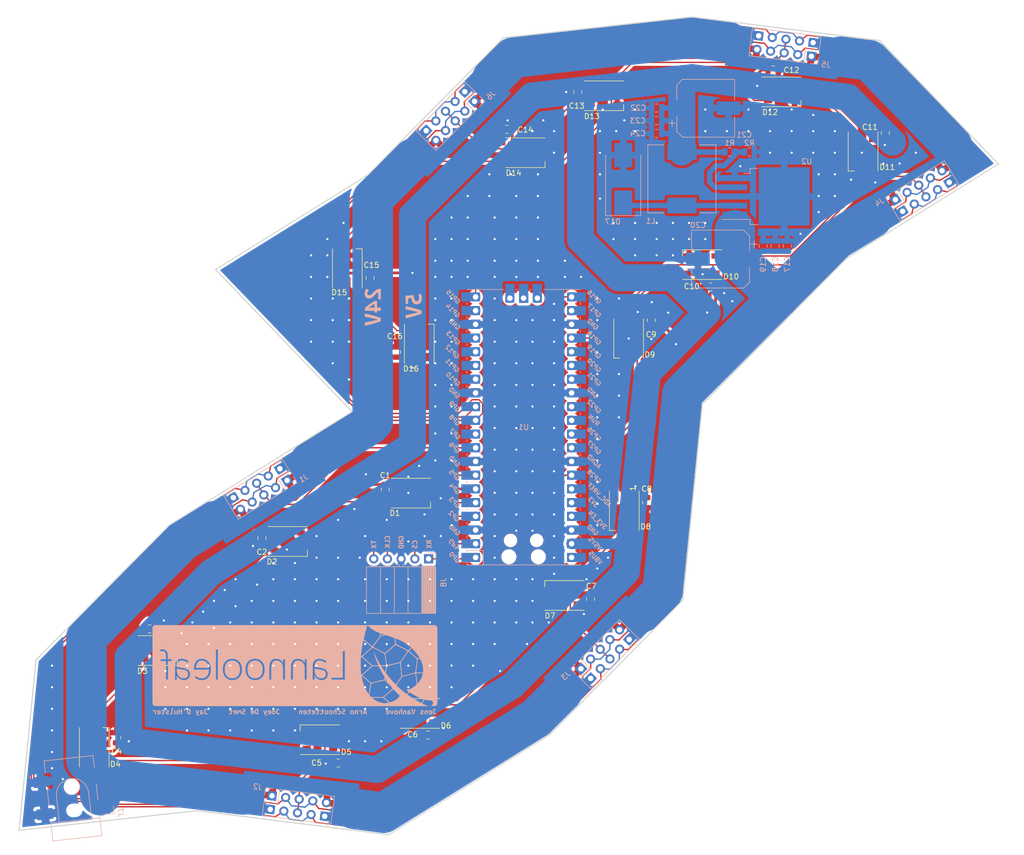
<source format=kicad_pcb>
(kicad_pcb (version 20211014) (generator pcbnew)
  (title_block (title "Lannooleaf PCBv1") (date "2022-03-18") (rev "v1"))
  (layers (0 "F.Cu" signal) (31 "B.Cu" signal) (34 "B.Paste" user) (35 "F.Paste" user) (36 "B.SilkS" user "B.Silkscreen") (37 "F.SilkS" user "F.Silkscreen") (38 "B.Mask" user) (39 "F.Mask" user) (44 "Edge.Cuts" user))
  (net 0 "")
  (net 1 "/RGB_IN")
  (net 7 "Net-(D17-Pad1)")
  (net 18 "GND")
  (net 19 "+5V")
  (net 20 "Net-(D1-Pad2)")
  (net 22 "Net-(D2-Pad2)")
  (net 23 "Net-(D3-Pad2)")
  (net 24 "Net-(D4-Pad2)")
  (net 25 "Net-(D5-Pad2)")
  (net 26 "Net-(D6-Pad2)")
  (net 27 "Net-(D7-Pad2)")
  (net 28 "Net-(D8-Pad2)")
  (net 29 "Net-(D10-Pad4)")
  (net 30 "Net-(D10-Pad2)")
  (net 31 "Net-(D11-Pad2)")
  (net 32 "Net-(D12-Pad2)")
  (net 33 "Net-(D13-Pad2)")
  (net 34 "Net-(D14-Pad2)")
  (net 35 "Net-(D15-Pad2)")
  (net 37 "+24V")
  (net 39 "/SDA")
  (net 40 "/SCL")
  (net 41 "/SEL1")
  (net 42 "/SEL2")
  (net 43 "/SEL3")
  (net 44 "/SEL4")
  (net 45 "/SEL5")
  (net 46 "/SEL6")
  (net 51 "/RX")
  (net 52 "/CS")
  (net 53 "/CSK")
  (net 54 "/TX")
  (net 55 "Net-(R1-Pad1)")
  (footprint "Capacitor_SMD:C_0805_2012Metric" (layer "F.Cu") (at 166.39 41.77 90)
    (fp_text reference "C13")
    (fp_text value "100nF")
  )
  (footprint "LED_SMD:LED_WS2812B_PLCC4_5.0x5.0mm_P3.2mm" (layer "F.Cu") (at 189.45 73.725 180)
    (fp_text reference "D10")
    (fp_text value "WS2812B")
  )
  (footprint "Capacitor_SMD:C_0805_2012Metric" (layer "F.Cu") (at 81 161.35 -90)
    (fp_text reference "C4")
    (fp_text value "100nF")
  )
  (footprint "LED_SMD:LED_WS2812B_PLCC4_5.0x5.0mm_P3.2mm" (layer "F.Cu") (at 112.65 125)
    (fp_text reference "D2")
    (fp_text value "WS2812B")
  )
  (footprint "Capacitor_SMD:C_0805_2012Metric" (layer "F.Cu") (at 153.29 48.67)
    (fp_text reference "C14")
    (fp_text value "100nF")
  )
  (footprint "Capacitor_SMD:C_0805_2012Metric" (layer "F.Cu") (at 180 84.03 -90)
    (fp_text reference "C9")
    (fp_text value "100nF")
  )
  (footprint "LED_SMD:LED_WS2812B_PLCC4_5.0x5.0mm_P3.2mm" (layer "F.Cu") (at 137.025 88.4 90)
    (fp_text reference "D16")
    (fp_text value "WS2812B")
  )
  (footprint "Capacitor_SMD:C_0805_2012Metric" (layer "F.Cu") (at 223.34 49.34 -90)
    (fp_text reference "C11")
    (fp_text value "100nF")
  )
  (footprint "Capacitor_SMD:C_0805_2012Metric" (layer "F.Cu") (at 122.02 166.03 180)
    (fp_text reference "C5")
    (fp_text value "100nF")
  )
  (footprint "Capacitor_SMD:C_0805_2012Metric" (layer "F.Cu") (at 179.12 117.82 90)
    (fp_text reference "C8")
    (fp_text value "100nF")
  )
  (footprint "LED_SMD:LED_WS2812B_PLCC4_5.0x5.0mm_P3.2mm" (layer "F.Cu") (at 163.925 135 180)
    (fp_text reference "D7")
    (fp_text value "WS2812B")
  )
  (footprint "LED_SMD:LED_WS2812B_PLCC4_5.0x5.0mm_P3.2mm" (layer "F.Cu") (at 204.075 41.725)
    (fp_text reference "D12")
    (fp_text value "WS2812B")
  )
  (footprint "Capacitor_SMD:C_0805_2012Metric" (layer "F.Cu") (at 202.57 37.66 180)
    (fp_text reference "C12")
    (fp_text value "100nF")
  )
  (footprint "LED_SMD:LED_WS2812B_PLCC4_5.0x5.0mm_P3.2mm" (layer "F.Cu") (at 137.175 156.85 180)
    (fp_text reference "D6")
    (fp_text value "WS2812B")
  )
  (footprint "Capacitor_SMD:C_0805_2012Metric" (layer "F.Cu") (at 132.83 89.91 -90)
    (fp_text reference "C16")
    (fp_text value "100nF")
  )
  (footprint "Capacitor_SMD:C_0805_2012Metric" (layer "F.Cu") (at 190.96 77.84)
    (fp_text reference "C10")
    (fp_text value "100nF")
  )
  (footprint "LED_SMD:LED_WS2812B_PLCC4_5.0x5.0mm_P3.2mm" (layer "F.Cu") (at 76.825 163.125 90)
    (fp_text reference "D4")
    (fp_text value "WS2812B")
  )
  (footprint "Capacitor_SMD:C_0805_2012Metric" (layer "F.Cu") (at 107.88 124.33 90)
    (fp_text reference "C2")
    (fp_text value "100nF")
  )
  (footprint "Capacitor_SMD:C_0805_2012Metric" (layer "F.Cu") (at 127.92 76.25 90)
    (fp_text reference "C15")
    (fp_text value "100nF")
  )
  (footprint "LED_SMD:LED_WS2812B_PLCC4_5.0x5.0mm_P3.2mm" (layer "F.Cu") (at 156.675 53)
    (fp_text reference "D14")
    (fp_text value "WS2812B")
  )
  (footprint "Capacitor_SMD:C_0805_2012Metric" (layer "F.Cu") (at 168.76 135.67 -90)
    (fp_text reference "C7")
    (fp_text value "100nF")
  )
  (footprint "Capacitor_SMD:C_0805_2012Metric" (layer "F.Cu") (at 138.68 160.84)
    (fp_text reference "C6")
    (fp_text value "100nF")
  )
  (footprint "Capacitor_SMD:C_0805_2012Metric" (layer "F.Cu") (at 87.09 141.2 180)
    (fp_text reference "C3")
    (fp_text value "100nF")
  )
  (footprint "LED_SMD:LED_WS2812B_PLCC4_5.0x5.0mm_P3.2mm" (layer "F.Cu") (at 219.225 52.75 -90)
    (fp_text reference "D11")
    (fp_text value "WS2812B")
  )
  (footprint "LED_SMD:LED_WS2812B_PLCC4_5.0x5.0mm_P3.2mm" (layer "F.Cu") (at 135.475 116.05)
    (fp_text reference "D1")
    (fp_text value "WS2812B")
  )
  (footprint "LED_SMD:LED_WS2812B_PLCC4_5.0x5.0mm_P3.2mm" (layer "F.Cu") (at 118.625 161.725 180)
    (fp_text reference "D5")
    (fp_text value "WS2812B")
  )
  (footprint "LED_SMD:LED_WS2812B_PLCC4_5.0x5.0mm_P3.2mm" (layer "F.Cu") (at 175 119.325 -90)
    (fp_text reference "D8")
    (fp_text value "WS2812B")
  )
  (footprint "Capacitor_SMD:C_0805_2012Metric" (layer "F.Cu") (at 130.72 115.39 90)
    (fp_text reference "C1")
    (fp_text value "100nF")
  )
  (footprint "LED_SMD:LED_WS2812B_PLCC4_5.0x5.0mm_P3.2mm" (layer "F.Cu") (at 175.8 87.4 -90)
    (fp_text reference "D9")
    (fp_text value "WS2812B")
  )
  (footprint "LED_SMD:LED_WS2812B_PLCC4_5.0x5.0mm_P3.2mm" (layer "F.Cu") (at 88.55 145.2)
    (fp_text reference "D3")
    (fp_text value "WS2812B")
  )
  (footprint "LED_SMD:LED_WS2812B_PLCC4_5.0x5.0mm_P3.2mm" (layer "F.Cu") (at 123.7 74.45 90)
    (fp_text reference "D15")
    (fp_text value "WS2812B")
  )
  (footprint "LED_SMD:LED_WS2812B_PLCC4_5.0x5.0mm_P3.2mm" (layer "F.Cu") (at 171.225 42.45)
    (fp_text reference "D13")
    (fp_text value "WS2812B")
  )
  (footprint "Resistor_SMD:R_0805_2012Metric" (layer "B.Cu") (at 194.51 52.87 180)
    (fp_text reference "R1")
    (fp_text value "3.1k")
  )
  (footprint "Diode_SMD:D_SMC_Handsoldering" (layer "B.Cu") (at 174.8 57.84 90)
    (fp_text reference "D17")
    (fp_text value "SS34")
  )
  (footprint "Capacitor_SMD:CP_Elec_10x10.5" (layer "B.Cu") (at 190.08 44.76)
    (fp_text reference "C21")
    (fp_text value "220uF")
  )
  (footprint "kibuzzard-6233C670" (layer "B.Cu") (at 92.76 156.59 180)
    (fp_text reference "kibuzzard-6233C670" hide)
    (fp_text value "G***" hide)
  )
  (footprint "Connector_PinSocket_2.54mm:PinSocket_1x05_P2.54mm_Horizontal" (layer "B.Cu") (at 138.75 128.22 90)
    (fp_text reference "J8")
    (fp_text value "Conn_01x05")
  )
  (footprint "kibuzzard-6234ACD1" (layer "B.Cu") (at 136.18 125.56 -90)
    (fp_text reference "kibuzzard-6234ACD1" hide)
    (fp_text value "G***" hide)
  )
  (footprint "kibuzzard-6234ACFA" (layer "B.Cu") (at 131.12 125.11 -90)
    (fp_text reference "kibuzzard-6234ACFA" hide)
    (fp_text value "G***" hide)
  )
  (footprint "kibuzzard-6233C5FE" (layer "B.Cu") (at 135.53 156.48 180)
    (fp_text reference "kibuzzard-6233C5FE" hide)
    (fp_text value "G***" hide)
  )
  (footprint "Connector_BarrelJack:BarrelJack_CLIFF_FC681465S_SMT_Horizontal" (layer "B.Cu") (at 72.818673 171.913926 96.3)
    (fp_text reference "J7")
    (fp_text value "Barrel_Jack_Switch")
  )
  (footprint "Resistor_SMD:R_0805_2012Metric" (layer "B.Cu") (at 198.16 52.86 180)
    (fp_text reference "R2")
    (fp_text value "1k")
  )
  (footprint "Capacitor_SMD:C_0805_2012Metric" (layer "B.Cu") (at 180.98 44.72 180)
    (fp_text reference "C22")
    (fp_text value "1nF")
  )
  (footprint "Connector_PinHeader_2.54mm:PinHeader_2x05_P2.54mm_Vertical" (layer "B.Cu") (at 109.748404 172.103336 -97.2)
    (fp_text reference "J2")
    (fp_text value "Conn_01x10")
  )
  (footprint "Capacitor_SMD:C_0805_2012Metric" (layer "B.Cu") (at 200.73 70.28 90)
    (fp_text reference "C19")
    (fp_text value "1uF")
  )
  (footprint "Connector_PinHeader_2.54mm:PinHeader_2x05_P2.54mm_Vertical" (layer "B.Cu") (at 112.555923 113.691792 121.8)
    (fp_text reference "J1")
    (fp_text value "Conn_01x10")
  )
  (footprint "Logo:Logo_Lannooleaf" (layer "B.Cu") (at 114 148 180)
    (fp_text reference "REF**" hide)
    (fp_text value "Logo_Lannooleaf")
  )
  (footprint "Capacitor_SMD:C_0805_2012Metric" (layer "B.Cu") (at 180.97 49.44 180)
    (fp_text reference "C24")
    (fp_text value "1uF")
  )
  (footprint "kibuzzard-6234B02F" (layer "B.Cu") (at 136 81.4 -90)
    (fp_text reference "kibuzzard-6234B02F" hide)
    (fp_text value "G***" hide)
  )
  (footprint "kibuzzard-6234AD1C" (layer "B.Cu") (at 128.6 125.54 -90)
    (fp_text reference "kibuzzard-6234AD1C" hide)
    (fp_text value "G***" hide)
  )
  (footprint "kibuzzard-6234ACC3" (layer "B.Cu") (at 138.82 125.56 -90)
    (fp_text reference "kibuzzard-6234ACC3" hide)
    (fp_text value "G***" hide)
  )
  (footprint "Inductor_SMD:L_12x12mm_H8mm" (layer "B.Cu") (at 185.66 57.83 90)
    (fp_text reference "L1")
    (fp_text value "33uH")
  )
  (footprint "Capacitor_SMD:C_0805_2012Metric" (layer "B.Cu") (at 180.98 47.06 180)
    (fp_text reference "C23")
    (fp_text value "100nF")
  )
  (footprint "Connector_PinHeader_2.54mm:PinHeader_2x05_P2.54mm_Vertical" (layer "B.Cu") (at 209.651596 35.136664 82.8)
    (fp_text reference "J5")
    (fp_text value "Conn_01x10")
  )
  (footprint "kibuzzard-6233C627" (layer "B.Cu") (at 121.05 156.46 180)
    (fp_text reference "kibuzzard-6233C627" hide)
    (fp_text value "G***" hide)
  )
  (footprint "kibuzzard-6234ACE5" (layer "B.Cu") (at 133.64 125.16 -90)
    (fp_text reference "kibuzzard-6234ACE5" hide)
    (fp_text value "G***" hide)
  )
  (footprint "kibuzzard-6234B014" (layer "B.Cu") (at 128.4 81.6 -90)
    (fp_text reference "kibuzzard-6234B014" hide)
    (fp_text value "G***" hide)
  )
  (footprint "Capacitor_SMD:C_0805_2012Metric" (layer "B.Cu") (at 205.19 70.29 90)
    (fp_text reference "C17")
    (fp_text value "1nF")
  )
  (footprint "Package_TO_SOT_SMD:TO-263-5_TabPin3" (layer "B.Cu") (at 201.23 61.1)
    (fp_text reference "U2")
    (fp_text value "LM2596S-ADJ")
  )
  (footprint "Connector_PinHeader_2.54mm:PinHeader_2x05_P2.54mm_Vertical" (layer "B.Cu") (at 147.258676 43.485761 135.3)
    (fp_text reference "J6")
    (fp_text value "Conn_01x10")
  )
  (footprint "Capacitor_SMD:CP_Elec_10x10.5" (layer "B.Cu") (at 192.83 72.7 180)
    (fp_text reference "C20")
    (fp_text value "100uF")
  )
  (footprint "MCU_RaspberryPi_and_Boards:RPi_Pico_SMD_TH" (layer "B.Cu") (at 156.35 103.835)
    (fp_text reference "U1")
    (fp_text value "Pico")
  )
  (footprint "Connector_PinHeader_2.54mm:PinHeader_2x05_P2.54mm_Vertical" (layer "B.Cu") (at 225.214077 61.688208 -58.2)
    (fp_text reference "J4")
    (fp_text value "Conn_01x10")
  )
  (footprint "Connector_PinHeader_2.54mm:PinHeader_2x05_P2.54mm_Vertical" (layer "B.Cu") (at 166.971324 148.584239 -44.7)
    (fp_text reference "J3")
    (fp_text value "Conn_01x10")
  )
  (footprint "kibuzzard-6233C655" (layer "B.Cu") (at 106.49 156.63 180)
    (fp_text reference "kibuzzard-6233C655" hide)
    (fp_text value "G***" hide)
  )
  (footprint "Capacitor_SMD:C_0805_2012Metric" (layer "B.Cu") (at 202.95 70.28 90)
    (fp_text reference "C18")
    (fp_text value "100nF")
  )
  (gr_circle (center 141.72 45.15) (end 141.7205 45.15) (layer "F.Cu") (width 0.02) (fill none))
  (gr_line (start 131.363189 179.318496) (end 161.166946 160.809345) (layer "Edge.Cuts") (width 0.2))
  (gr_line (start 189.462846 99.54932) (end 216.130178 72.59542) (layer "Edge.Cuts") (width 0.2))
  (gr_line (start 187.5 27.847506) (end 152.628745 31.701046) (layer "Edge.Cuts") (width 0.2))
  (gr_line (start 185.841721 135.869257) (end 189.462846 99.54932) (layer "Edge.Cuts") (width 0.2))
  (gr_line (start 244.290744 55.106368) (end 222.31012 32.21898) (layer "Edge.Cuts") (width 0.2))
  (gr_line (start 124.577413 100.959121) (end 90.724052 121.983296) (layer "Edge.Cuts") (width 0.2))
  (gr_line (start 66.049481 146.923573) (end 62.90154 178.5) (layer "Edge.Cuts") (width 0.2))
  (gr_line (start 62.90154 178.5) (end 95.850371 174.858436) (layer "Edge.Cuts") (width 0.2))
  (gr_line (start 99.294977 74.633306) (end 124.577413 100.959121) (layer "Edge.Cuts") (width 0.2))
  (gr_line (start 161.166946 160.809345) (end 185.841721 135.869257) (layer "Edge.Cuts") (width 0.2))
  (gr_line (start 152.628745 31.701046) (end 127.455685 57.144467) (layer "Edge.Cuts") (width 0.2))
  (gr_line (start 127.455685 57.144467) (end 99.294977 74.633306) (layer "Edge.Cuts") (width 0.2))
  (gr_line (start 95.850371 174.858436) (end 131.363189 179.318496) (layer "Edge.Cuts") (width 0.2))
  (gr_line (start 222.31012 32.21898) (end 187.5 27.847506) (layer "Edge.Cuts") (width 0.2))
  (gr_line (start 216.130178 72.59542) (end 244.290744 55.106368) (layer "Edge.Cuts") (width 0.2))
  (gr_line (start 90.724052 121.983296) (end 66.049481 146.923573) (layer "Edge.Cuts") (width 0.2))
  (gr_text "GP1" (at 143.5 125.5 135) (layer "B.SilkS") (effects (font (size 0.8 0.8)) (justify mirror)))
  (segment (start 137.925 114.45) (end 141.24 114.45) (width 0.5) (layer "F.Cu") (net 1))
  (segment (start 141.24 114.45) (end 142.055 115.265) (width 0.5) (layer "F.Cu") (net 1))
  (segment (start 142.055 115.265) (end 147.46 115.265) (width 0.5) (layer "F.Cu") (net 1))
  (segment (start 185.66 62.78) (end 175.34 62.78) (width 1) (layer "B.Cu") (net 7))
  (segment (start 175.34 62.78) (end 174.8 62.24) (width 1) (layer "B.Cu") (net 7))
  (segment (start 195.435 62.78) (end 195.455 62.8) (width 1) (layer "B.Cu") (net 7))
  (segment (start 185.66 62.78) (end 195.435 62.78) (width 1) (layer "B.Cu") (net 7))
  (via (at 122 128) (size 0.8) (drill 0.4) (layers "F.Cu" "B.Cu") (net 18))
  (via (at 151 88) (size 0.8) (drill 0.4) (layers "F.Cu" "B.Cu") (net 18))
  (via (at 155 73) (size 0.8) (drill 0.4) (layers "F.Cu" "B.Cu") (net 18))
  (via (at 210 53) (size 0.8) (drill 0.4) (layers "F.Cu" "B.Cu") (net 18))
  (via (at 162 92) (size 0.8) (drill 0.4) (layers "F.Cu" "B.Cu") (net 18))
  (via (at 98 144) (size 0.8) (drill 0.4) (layers "F.Cu" "B.Cu") (net 18))
  (via (at 110 160) (size 0.8) (drill 0.4) (layers "F.Cu" "B.Cu") (net 18))
  (via (at 140 73) (size 0.8) (drill 0.4) (layers "F.Cu" "B.Cu") (net 18))
  (via (at 110 129) (size 0.8) (drill 0.4) (layers "F.Cu" "B.Cu") (net 18))
  (via (at 143 88) (size 0.8) (drill 0.4) (layers "F.Cu" "B.Cu") (net 18))
  (via (at 139 140) (size 0.8) (drill 0.4) (layers "F.Cu" "B.Cu") (net 18))
  (via (at 127 124) (size 0.8) (drill 0.4) (layers "F.Cu" "B.Cu") (net 18))
  (via (at 122 144) (size 0.8) (drill 0.4) (layers "F.Cu" "B.Cu") (net 18))
  (via (at 174 80) (size 0.8) (drill 0.4) (layers "F.Cu" "B.Cu") (net 18))
  (via (at 131 144) (size 0.8) (drill 0.4) (layers "F.Cu" "B.Cu") (net 18))
  (via (at 114 132) (size 0.8) (drill 0.4) (layers "F.Cu" "B.Cu") (net 18))
  (via (at 190 49) (size 0.8) (drill 0.4) (layers "F.Cu" "B.Cu") (net 18))
  (via (at 138 120) (size 0.8) (drill 0.4) (layers "F.Cu" "B.Cu") (net 18))
  (via (at 151 84) (size 0.8) (drill 0.4) (layers "F.Cu" "B.Cu") (net 18))
  (via (at 143 136) (size 0.8) (drill 0.4) (layers "F.Cu" "B.Cu") (net 18))
  (via (at 159 65) (size 0.8) (drill 0.4) (layers "F.Cu" "B.Cu") (net 18))
  (via (at 140 92) (size 0.8) (drill 0.4) (layers "F.Cu" "B.Cu") (net 18))
  (via (at 131 140) (size 0.8) (drill 0.4) (layers "F.Cu" "B.Cu") (net 18))
  (via (at 172 128) (size 0.8) (drill 0.4) (layers "F.Cu" "B.Cu") (net 18))
  (via (at 147 140) (size 0.8) (drill 0.4) (layers "F.Cu" "B.Cu") (net 18))
  (via (at 162 104) (size 0.8) (drill 0.4) (layers "F.Cu" "B.Cu") (net 18))
  (via (at 168 132) (size 0.8) (drill 0.4) (layers "F.Cu" "B.Cu") (net 18))
  (via (at 155 88) (size 0.8) (drill 0.4) (layers "F.Cu" "B.Cu") (net 18))
  (via (at 187 66) (size 0.8) (drill 0.4) (layers "F.Cu" "B.Cu") (net 18))
  (via (at 122 152) (size 0.8) (drill 0.4) (layers "F.Cu" "B.Cu") (net 18))
  (via (at 198 49) (size 0.8) (drill 0.4) (layers "F.Cu" "B.Cu") (net 18))
  (via (at 135 125) (size 0.8) (drill 0.4) (layers "F.Cu" "B.Cu") (net 18))
  (via (at 214 49) (size 0.8) (drill 0.4) (layers "F.Cu" "B.Cu") (net 18))
  (via (at 90 149) (size 0.8) (drill 0.4) (layers "F.Cu" "B.Cu") (net 18))
  (via (at 162 128) (size 0.8) (drill 0.4) (layers "F.Cu" "B.Cu") (net 18))
  (via (at 143 65) (size 0.8) (drill 0.4) (layers "F.Cu" "B.Cu") (net 18))
  (via (at 170 114) (size 0.8) (drill 0.4) (layers "F.Cu" "B.Cu") (net 18))
  (via (at 124 80) (size 0.8) (drill 0.4) (layers "F.Cu" "B.Cu") (net 18))
  (via (at 219 53) (size 0.8) (drill 0.4) (layers "F.Cu" "B.Cu") (net 18))
  (via (at 93 142) (size 0.8) (drill 0.4) (layers "F.Cu" "B.Cu") (net 18))
  (via (at 139 136) (size 0.8) (drill 0.4) (layers "F.Cu" "B.Cu") (net 18))
  (via (at 210 49) (size 0.8) (drill 0.4) (layers "F.Cu" "B.Cu") (net 18))
  (via (at 210 46) (size 0.8) (drill 0.4) (layers "F.Cu" "B.Cu") (net 18))
  (via (at 211 61) (size 0.8) (drill 0.4) (layers "F.Cu" "B.Cu") (net 18))
  (via (at 102 160) (size 0.8) (drill 0.4) (layers "F.Cu" "B.Cu") (net 18))
  (via (at 118 156) (size 0.8) (drill 0.4) (layers "F.Cu" "B.Cu") (net 18))
  (via (at 118 144) (size 0.8) (drill 0.4) (layers "F.Cu" "B.Cu") (net 18))
  (via (at 170 84) (size 0.8) (drill 0.4) (layers "F.Cu" "B.Cu") (net 18))
  (via (at 206 45) (size 0.8) (drill 0.4) (layers "F.Cu" "B.Cu") (net 18))
  (via (at 135 116) (size 0.8) (drill 0.4) (layers "F.Cu" "B.Cu") (net 18))
  (via (at 121 92) (size 0.8) (drill 0.4) (layers "F.Cu" "B.Cu") (net 18))
  (via (at 147 136) (size 0.8) (drill 0.4) (layers "F.Cu" "B.Cu") (net 18))
  (via (at 127 156) (size 0.8) (drill 0.4) (layers "F.Cu" "B.Cu") (net 18))
  (via (at 170 122) (size 0.8) (drill 0.4) (layers "F.Cu" "B.Cu") (net 18))
  (via (at 159 73) (size 0.8) (drill 0.4) (layers "F.Cu" "B.Cu") (net 18))
  (via (at 164 76) (size 0.8) (drill 0.4) (layers "F.Cu" "B.Cu") (net 18))
  (via (at 193.5 79) (size 0.8) (drill 0.4) (layers "F.Cu" "B.Cu") (net 18))
  (via (at 139 132) (size 0.8) (drill 0.4) (layers "F.Cu" "B.Cu") (net 18))
  (via (at 146 69) (size 0.8) (drill 0.4) (layers "F.Cu" "B.Cu") (net 18))
  (via (at 112.5 126.5) (size 0.8) (drill 0.4) (layers "F.Cu" "B.Cu") (net 18))
  (via (at 126 128) (size 0.8) (drill 0.4) (layers "F.Cu" "B.Cu") (net 18))
  (via (at 106 156) (size 0.8) (drill 0.4) (layers "F.Cu" "B.Cu") (net 18))
  (via (at 143 105) (size 0.8) (drill 0.4) (layers "F.Cu" "B.Cu") (net 18))
  (via (at 114 140) (size 0.8) (drill 0.4) (layers "F.Cu" "B.Cu") (net 18))
  (via (at 117 76) (size 0.8) (drill 0.4) (layers "F.Cu" "B.Cu") (net 18))
  (via (at 143 152) (size 0.8) (drill 0.4) (layers "F.Cu" "B.Cu") (net 18))
  (via (at 180 87.5) (size 0.8) (drill 0.4) (layers "F.Cu" "B.Cu") (net 18))
  (via (at 131 148) (size 0.8) (drill 0.4) (layers "F.Cu" "B.Cu") (net 18))
  (via (at 162 84) (size 0.8) (drill 0.4) (layers "F.Cu" "B.Cu") (net 18))
  (via (at 121 80) (size 0.8) (drill 0.4) (layers "F.Cu" "B.Cu") (net 18))
  (via (at 171 45) (size 0.8) (drill 0.4) (layers "F.Cu" "B.Cu") (net 18))
  (via (at 110 132) (size 0.8) (drill 0.4) (layers "F.Cu" "B.Cu") (net 18))
  (via (at 131 136) (size 0.8) (drill 0.4) (layers "F.Cu" "B.Cu") (net 18))
  (via (at 162 131) (size 0.8) (drill 0.4) (layers "F.Cu" "B.Cu") (net 18))
  (via (at 170 90) (size 0.8) (drill 0.4) (layers "F.Cu" "B.Cu") (net 18))
  (via (at 127 162) (size 0.8) (drill 0.4) (layers "F.Cu" "B.Cu") (net 18))
  (via (at 140 100) (size 0.8) (drill 0.4) (layers "F.Cu" "B.Cu") (net 18))
  (via (at 143 80) (size 0.8) (drill 0.4) (layers "F.Cu" "B.Cu") (net 18))
  (via (at 170.5 57) (size 0.8) (drill 0.4) (layers "F.Cu" "B.Cu") (net 18))
  (via (at 117 84) (size 0.8) (drill 0.4) (layers "F.Cu" "B.Cu") (net 18))
  (via (at 139 152) (size 0.8) (drill 0.4) (layers "F.Cu" "B.Cu") (net 18))
  (via (at 162 96) (size 0.8) (drill 0.4) (layers "F.Cu" "B.Cu") (net 18))
  (via (at 155 120) (size 0.8) (drill 0.4) (layers "F.Cu" "B.Cu") (net 18))
  (via (at 99 141) (size 0.8) (drill 0.4) (layers "F.Cu" "B.Cu") (net 18))
  (via (at 118 124) (size 0.8) (drill 0.4) (layers "F.Cu" "B.Cu") (net 18))
  (via (at 147 144) (size 0.8) (drill 0.4) (layers "F.Cu" "B.Cu") (net 18))
  (via (at 170.5 49) (size 0.8) (drill 0.4) (layers "F.Cu" "B.Cu") (net 18))
  (via (at 151 128) (size 0.8) (drill 0.4) (layers "F.Cu" "B.Cu") (net 18))
  (via (at 151 96) (size 0.8) (drill 0.4) (layers "F.Cu" "B.Cu") (net 18))
  (via (at 158 120) (size 0.8) (drill 0.4) (layers "F.Cu" "B.Cu") (net 18))
  (via (at 143 69) (size 0.8) (drill 0.4) (layers "F.Cu" "B.Cu") (net 18))
  (via (at 118 128) (size 0.8) (drill 0.4) (layers "F.Cu" "B.Cu") (net 18))
  (via (at 151 80) (size 0.8) (drill 0.4) (layers "F.Cu" "B.Cu") (net 18))
  (via (at 110 144) (size 0.8) (drill 0.4) (layers "F.Cu" "B.Cu") (net 18))
  (via (at 140 84) (size 0.8) (drill 0.4) (layers "F.Cu" "B.Cu") (net 18))
  (via (at 121 88) (size 0.8) (drill 0.4) (layers "F.Cu" "B.Cu") (net 18))
  (via (at 161 140) (size 0.8) (drill 0.4) (layers "F.Cu" "B.Cu") (net 18))
  (via (at 127 144) (size 0.8) (drill 0.4) (layers "F.Cu" "B.Cu") (net 18))
  (via (at 174 98) (size 0.8) (drill 0.4) (layers "F.Cu" "B.Cu") (net 18))
  (via (at 124 84) (size 0.8) (drill 0.4) (layers "F.Cu" "B.Cu") (net 18))
  (via (at 151 65) (size 0.8) (drill 0.4) (layers "F.Cu" "B.Cu") (net 18))
  (via (at 184 66) (size 0.8) (drill 0.4) (layers "F.Cu" "B.Cu") (net 18))
  (via (at 151 73) (size 0.8) (drill 0.4) (layers "F.Cu" "B.Cu") (net 18))
  (via (at 221.5 58.5) (size 0.8) (drill 0.4) (layers "F.Cu" "B.Cu") (net 18))
  (via (at 131 156) (size 0.8) (drill 0.4) (layers "F.Cu" "B.Cu") (net 18))
  (via (at 158 92) (size 0.8) (drill 0.4) (layers "F.Cu" "B.Cu") (net 18))
  (via (at 140 96) (size 0.8) (drill 0.4) (layers "F.Cu" "B.Cu") (net 18))
  (via (at 98 152) (size 0.8) (drill 0.4) (layers "F.Cu" "B.Cu") (net 18))
  (via (at 127 148) (size 0.8) (drill 0.4) (layers "F.Cu" "B.Cu") (net 18))
  (via (at 160 47) (size 0.8) (drill 0.4) (layers "F.Cu" "B.Cu") (net 18))
  (via (at 155 84) (size 0.8) (drill 0.4) (layers "F.Cu" "B.Cu") (net 18))
  (via (at 94 156) (size 0.8) (drill 0.4) (layers "F.Cu" "B.Cu") (net 18))
  (via (at 69 148) (size 0.8) (drill 0.4) (layers "F.Cu" "B.Cu") (net 18))
  (via (at 140 110) (size 0.8) (drill 0.4) (layers "F.Cu" "B.Cu") (net 18))
  (via (at 102 140) (size 0.8) (drill 0.4) (layers "F.Cu" "B.Cu") (net 18))
  (via (at 122 136) (size 0.8) (drill 0.4) (layers "F.Cu" "B.Cu") (net 18))
  (via (at 94 148) (size 0.8) (drill 0.4) (layers "F.Cu" "B.Cu") (net 18))
  (via (at 202 53) (size 0.8) (drill 0.4) (layers "F.Cu" "B.Cu") (net 18))
  (via (at 162 49) (size 0.8) (drill 0.4) (layers "F.Cu" "B.Cu") (net 18))
  (via (at 151 112) (size 0.8) (drill 0.4) (layers "F.Cu" "B.Cu") (net 18))
  (via (at 159 57) (size 0.8) (drill 0.4) (layers "F.Cu" "B.Cu") (net 18))
  (via (at 158 100) (size 0.8) (drill 0.4) (layers "F.Cu" "B.Cu") (net 18))
  (via (at 127 152) (size 0.8) (drill 0.4) (layers "F.Cu" "B.Cu") (net 18))
  (via (at 127 136) (size 0.8) (drill 0.4) (layers "F.Cu" "B.Cu") (net 18))
  (via (at 195 80.5) (size 0.8) (drill 0.4) (layers "F.Cu" "B.Cu") (net 18))
  (via (at 181 72) (size 0.8) (drill 0.4) (layers "F.Cu" "B.Cu") (net 18))
  (via (at 69 167) (size 0.8) (drill 0.4) (layers "F.Cu" "B.Cu") (net 18))
  (via (at 211 57) (size 0.8) (drill 0.4) (layers "F.Cu" "B.Cu") (net 18))
  (via (at 110 136) (size 0.8) (drill 0.4) (layers "F.Cu" "B.Cu") (net 18))
  (via (at 159 69) (size 0.8) (drill 0.4) (layers "F.Cu" "B.Cu") (net 18))
  (via (at 194 49) (size 0.8) (drill 0.4) (layers "F.Cu" "B.Cu") (net 18))
  (via (at 143 144) (size 0.8) (drill 0.4) (layers "F.Cu" "B.Cu") (net 18))
  (via (at 124 162) (size 0.8) (drill 0.4) (layers "F.Cu" "B.Cu") (net 18))
  (via (at 177 45) (size 0.8) (drill 0.4) (layers "F.Cu" "B.Cu") (net 18))
  (via (at 143 73) (size 0.8) (drill 0.4) (layers "F.Cu" "B.Cu") (net 18))
  (via (at 140 76) (size 0.8) (drill 0.4) (layers "F.Cu" "B.Cu") (net 18))
  (via (at 101 134) (size 0.8) (drill 0.4) (layers "F.Cu" "B.Cu") (net 18))
  (via (at 122 148) (size 0.8) (drill 0.4) (layers "F.Cu" "B.Cu") (net 18))
  (via (at 170 80) (size 0.8) (drill 0.4) (layers "F.Cu" "B.Cu") (net 18))
  (via (at 118 140) (size 0.8) (drill 0.4) (layers "F.Cu" "B.Cu") (net 18))
  (via (at 184 72) (size 0.8) (drill 0.4) (layers "F.Cu" "B.Cu") (net 18))
  (via (at 106 144) (size 0.8) (drill 0.4) (layers "F.Cu" "B.Cu") (net 18))
  (via (at 146 73) (size 0.8) (drill 0.4) (layers "F.Cu" "B.Cu") (net 18))
  (via (at 147 132) (size 0.8) (drill 0.4) (layers "F.Cu" "B.Cu") (net 18))
  (via (at 69 152) (size 0.8) (drill 0.4) (layers "F.Cu" "B.Cu") (net 18))
  (via (at 155 61) (size 0.8) (drill 0.4) (layers "F.Cu" "B.Cu") (net 18))
  (via (at 175.8 87.41) (size 0.8) (drill 0.4) (layers "F.Cu" "B.Cu") (net 18))
  (via (at 167 76) (size 0.8) (drill 0.4) (layers "F.Cu" "B.Cu") (net 18))
  (via (at 131 132) (size 0.8) (drill 0.4) (layers "F.Cu" "B.Cu") (net 18))
  (via (at 158 136) (size 0.8) (drill 0.4) (layers "F.Cu" "B.Cu") (net 18))
  (via (at 155 108) (size 0.8) (drill 0.4) (layers "F.Cu" "B.Cu") (net 18))
  (via (at 158 84) (size 0.8) (drill 0.4) (layers "F.Cu" "B.Cu") (net 18))
  (via (at 122 121) (size 0.8) (drill 0.4) (layers "F.Cu" "B.Cu") (net 18))
  (via (at 135 132) (size 0.8) (drill 0.4) (layers "F.Cu" "B.Cu") (net 18))
  (via (at 170 110) (size 0.8) (drill 0.4) (layers "F.Cu" "B.Cu") (net 18))
  (via (at 162 88) (size 0.8) (drill 0.4) (layers "F.Cu" "B.Cu") (net 18))
  (via (at 177 49) (size 0.8) (drill 0.4) (layers "F.Cu" "B.Cu") (net 18))
  (via (at 94 152) (size 0.8) (drill 0.4) (layers "F.Cu" "B.Cu") (net 18))
  (via (at 183.13 82.63) (size 0.8) (drill 0.4) (layers "F.Cu" "B.Cu") (net 18))
  (via (at 155 104) (size 0.8) (drill 0.4) (layers "F.Cu" "B.Cu") (net 18))
  (via (at 130 162) (size 0.8) (drill 0.4) (layers "F.Cu" "B.Cu") (net 18))
  (via (at 135 144) (size 0.8) (drill 0.4) (layers "F.Cu" "B.Cu") (net 18))
  (via (at 211 64) (size 0.8) (drill 0.4) (layers "F.Cu" "B.Cu") (net 18))
  (via (at 69 160) (size 0.8) (drill 0.4) (layers "F.Cu" "B.Cu") (net 18))
  (via (at 162 112) (size 0.8) (drill 0.4) (layers "F.Cu" "B.Cu") (net 18))
  (via (at 146 65) (size 0.8) (drill 0.4) (layers "F.Cu" "B.Cu") (net 18))
  (via (at 180.09 80.67) (size 0.8) (drill 0.4) (layers "F.Cu" "B.Cu") (net 18))
  (via (at 155 132) (size 0.8) (drill 0.4) (layers "F.Cu" "B.Cu") (net 18))
  (via (at 162 81) (size 0.8) (drill 0.4) (layers "F.Cu" "B.Cu") (net 18))
  (via (at 151 100) (size 0.8) (drill 0.4) (layers "F.Cu" "B.Cu") (net 18))
  (via (at 177 66) (size 0.8) (drill 0.4) (layers "F.Cu" "B.Cu") (net 18))
  (via (at 98 160) (size 0.8) (drill 0.4) (layers "F.Cu" "B.Cu") (net 18))
  (via (at 151 76) (size 0.8) (drill 0.4) (layers "F.Cu" "B.Cu") (net 18))
  (via (at 143 132) (size 0.8) (drill 0.4) (layers "F.Cu" "B.Cu") (net 18))
  (via (at 155 140) (size 0.8) (drill 0.4) (layers "F.Cu" "B.Cu") (net 18))
  (via (at 150 61) (size 0.8) (drill 0.4) (layers "F.Cu" "B.Cu") (net 18))
  (via (at 143 100) (size 0.8) (drill 0.4) (layers "F.Cu" "B.Cu") (net 18))
  (via (at 226 55) (size 0.8) (drill 0.4) (layers "F.Cu" "B.Cu") (net 18))
  (via (at 143 148) (size 0.8) (drill 0.4) (layers "F.Cu" "B.Cu") (net 18))
  (via (at 198 45) (size 0.8) (drill 0.4) (layers "F.Cu" "B.Cu") (net 18))
  (via (at 122 132) (size 0.8) (drill 0.4) (layers "F.Cu" "B.Cu") (net 18))
  (via (at 140 69) (size 0.8) (drill 0.4) (layers "F.Cu" "B.Cu") (net 18))
  (via (at 114 129) (size 0.8) (drill 0.4) (layers "F.Cu" "B.Cu") (net 18))
  (via (at 106 136) (size 0.8) (drill 0.4) (layers "F.Cu" "B.Cu") (net 18))
  (via (at 110 156) (size 0.8) (drill 0.4) (layers "F.Cu" "B.Cu") (net 18))
  (via (at 173 66) (size 0.8) (drill 0.4) (layers "F.Cu" "B.Cu") (net 18))
  (via (at 114 156) (size 0.8) (drill 0.4) (layers "F.Cu" "B.Cu") (net 18))
  (via (at 102 148) (size 0.8) (drill 0.4) (layers "F.Cu" "B.Cu") (net 18))
  (via (at 151 116) (size 0.8) (drill 0.4) (layers "F.Cu" "B.Cu") (net 18))
  (via (at 131 121) (size 0.8) (drill 0.4) (layers "F.Cu" "B.Cu") (net 18))
  (via (at 135 136) (size 0.8) (drill 0.4) (layers "F.Cu" "B.Cu") (net 18))
  (via (at 202 45) (size 0.8) (drill 0.4) (layers "F.Cu" "B.Cu") (net 18))
  (via (at 170 98) (size 0.8) (drill 0.4) (layers "F.Cu" "B.Cu") (net 18))
  (via (at 170.5 53) (size 0.8) (drill 0.4) (layers "F.Cu" "B.Cu") (net 18))
  (via (at 158 116) (size 0.8) (drill 0.4) (layers "F.Cu" "B.Cu") (net 18))
  (via (at 139 148) (size 0.8) (drill 0.4) (layers "F.Cu" "B.Cu") (net 18))
  (via (at 110 140) (size 0.8) (drill 0.4) (layers "F.Cu" "B.Cu") (net 18))
  (via (at 177 69) (size 0.8) (drill 0.4) (layers "F.Cu" "B.Cu") (net 18))
  (via (at 158 132) (size 0.8) (drill 0.4) (layers "F.Cu" "B.Cu") (net 18))
  (via (at 146 76) (size 0.8) (drill 0.4) (layers "F.Cu" "B.Cu") (net 18))
  (via (at 114 136) (size 0.8) (drill 0.4) (layers "F.Cu" "B.Cu") (net 18))
  (via (at 158 49) (size 0.8) (drill 0.4) (layers "F.Cu" "B.Cu") (net 18))
  (via (at 164 73) (size 0.8) (drill 0.4) (layers "F.Cu" "B.Cu") (net 18))
  (via (at 123 66) (size 0.8) (drill 0.4) (layers "F.Cu" "B.Cu") (net 18))
  (via (at 118 152) (size 0.8) (drill 0.4) (layers "F.Cu" "B.Cu") (net 18))
  (via (at 127 132) (size 0.8) (drill 0.4) (layers "F.Cu" "B.Cu") (net 18))
  (via (at 103 132) (size 0.8) (drill 0.4) (layers "F.Cu" "B.Cu") (net 18))
  (via (at 159 76) (size 0.8) (drill 0.4) (layers "F.Cu" "B.Cu") (net 18))
  (via (at 95 140) (size 0.8) (drill 0.4) (layers "F.Cu" "B.Cu") (net 18))
  (via (at 143 84) (size 0.8) (drill 0.4) (layers "F.Cu" "B.Cu") (net 18))
  (via (at 157 144) (size 0.8) (drill 0.4) (layers "F.Cu" "B.Cu") (net 18))
  (via (at 223 55) (size 0.8) (drill 0.4) (layers "F.Cu" "B.Cu") (net 18))
  (via (at 151 140) (size 0.8) (drill 0.4) (layers "F.Cu" "B.Cu") (net 18))
  (via (at 162 53) (size 0.8) (drill 0.4) (layers "F.Cu" "B.Cu") (net 18))
  (via (at 170 94) (size 0.8) (drill 0.4) (layers "F.Cu" "B.Cu") (net 18))
  (via (at 207.63 68.02) (size 0.8) (drill 0.4) (layers "F.Cu" "B.Cu") (net 18))
  (via (at 206 53) (size 0.8) (drill 0.4) (layers "F.Cu" "B.Cu") (net 18))
  (via (at 174 102) (size 0.8) (drill 0.4) (layers "F.Cu" "B.Cu") (net 18))
  (via (at 155 100) (size 0.8) (drill 0.4) (layers "F.Cu" "B.Cu") (net 18))
  (via (at 214 61) (size 0.8) (drill 0.4) (layers "F.Cu" "B.Cu") (net 18))
  (via (at 177.5 82.5) (size 0.8) (drill 0.4) (layers "F.Cu" "B.Cu") (net 18))
  (via (at 106 148) (size 0.8) (drill 0.4) (layers "F.Cu" "B.Cu") (net 18))
  (via (at 181 66) (size 0.8) (drill 0.4) (layers "F.Cu" "B.Cu") (net 18))
  (via (at 102 144) (size 0.8) (drill 0.4) (layers "F.Cu" "B.Cu") (net 18))
  (via (at 162 100) (size 0.8) (drill 0.4) (layers "F.Cu" "B.Cu") (net 18))
  (via (at 154 57) (size 0.8) (drill 0.4) (layers "F.Cu" "B.Cu") (net 18))
  (via (at 125 119) (size 0.8) (drill 0.4) (layers "F.Cu" "B.Cu") (net 18))
  (via (at 158 112) (size 0.8) (drill 0.4) (layers "F.Cu" "B.Cu") (net 18))
  (via (at 120 69) (size 0.8) (drill 0.4) (layers "F.Cu" "B.Cu") (net 18))
  (via (at 118 132) (size 0.8) (drill 0.4) (layers "F.Cu" "B.Cu") (net 18))
  (via (at 69 156) (size 0.8) (drill 0.4) (layers "F.Cu" "B.Cu") (net 18))
  (via (at 155 112) (size 0.8) (drill 0.4) (layers "F.Cu" "B.Cu") (net 18))
  (via (at 94 144) (size 0.8) (drill 0.4) (layers "F.Cu" "B.Cu") (net 18))
  (via (at 189.5 75.5) (size 0.8) (drill 0.4) (layers "F.Cu" "B.Cu") (net 18))
  (via (at 127 140) (size 0.8) (drill 0.4) (layers "F.Cu" "B.Cu") (net 18))
  (via (at 97 138) (size 0.8) (drill 0.4) (layers "F.Cu" "B.Cu") (net 18))
  (via (at 155 123) (size 0.8) (drill 0.4) (layers "F.Cu" "B.Cu") (net 18))
  (via (at 151 69) (size 0.8) (drill 0.4) (layers "F.Cu" "B.Cu") (net 18))
  (via (at 170.5 61.5) (size 0.8) (drill 0.4) (layers "F.Cu" "B.Cu") (net 18))
  (via (at 151 124) (size 0.8) (drill 0.4) (layers "F.Cu" "B.Cu") (net 18))
  (via (at 229 53) (size 0.8) (drill 0.4) (layers "F.Cu" "B.Cu") (net 18))
  (via (at 114 144) (size 0.8) (drill 0.4) (layers "F.Cu" "B.Cu") (net 18))
  (via (at 120 76) (size 0.8) (drill 0.4) (layers "F.Cu" "B.Cu") (net 18))
  (via (at 190 45) (size 0.8) (drill 0.4) (layers "F.Cu" "B.Cu") (net 18))
  (via (at 151 108) (size 0.8) (drill 0.4) (layers "F.Cu" "B.Cu") (net 18))
  (via (at 162 120) (size 0.8) (drill 0.4) (layers "F.Cu" "B.Cu") (net 18))
  (via (at 158 123) (size 0.8) (drill 0.4) (layers "F.Cu" "B.Cu") (net 18))
  (via (at 131 152) (size 0.8) (drill 0.4) (layers "F.Cu" "B.Cu") (net 18))
  (via (at 98 148) (size 0.8) (drill 0.4) (layers "F.Cu" "B.Cu") (net 18))
  (via (at 143 140) (size 0.8) (drill 0.4) (layers "F.Cu" "B.Cu") (net 18))
  (via (at 214 53) (size 0.8) (drill 0.4) (layers "F.Cu" "B.Cu") (net 18))
  (via (at 181 69) (size 0.8) (drill 0.4) (layers "F.Cu" "B.Cu") (net 18))
  (via (at 135 152) (size 0.8) (drill 0.4) (layers "F.Cu" "B.Cu") (net 18))
  (via (at 151 136) (size 0.8) (drill 0.4) (layers "F.Cu" "B.Cu") (net 18))
  (via (at 190 69) (size 0.8) (drill 0.4) (layers "F.Cu" "B.Cu") (net 18))
  (via (at 146 61) (size 0.8) (drill 0.4) (layers "F.Cu" "B.Cu") (net 18))
  (via (at 162 108) (size 0.8) (drill 0.4) (layers "F.Cu" "B.Cu") (net 18))
  (via (at 117 88) (size 0.8) (drill 0.4) (layers "F.Cu" "B.Cu") (net 18))
  (via (at 122 156) (size 0.8) (drill 0.4) (layers "F.Cu" "B.Cu") (net 18))
  (via (at 102 152) (size 0.8) (drill 0.4) (layers "F.Cu" "B.Cu") (net 18))
  (via (at 114 148) (size 0.8) (drill 0.4) (layers "F.Cu" "B.Cu") (net 18))
  (via (at 94 160) (size 0.8) (drill 0.4) (layers "F.Cu" "B.Cu") (net 18))
  (via (at 139 144) (size 0.8) (drill 0.4) (layers "F.Cu" "B.Cu") (net 18))
  (via (at 141 117) (size 0.8) (drill 0.4) (layers "F.Cu" "B.Cu") (net 18))
  (via (at 143 92) (size 0.8) (drill 0.4) (layers "F.Cu" "B.Cu") (net 18))
  (via (at 140 88) (size 0.8) (drill 0.4) (layers "F.Cu" "B.Cu") (net 18))
  (via (at 137 111) (size 0.8) (drill 0.4) (layers "F.Cu" "B.Cu") (net 18))
  (via (at 138 124) (size 0.8) (drill 0.4) (layers "F.Cu" "B.Cu") (net 18))
  (via (at 114 160) (size 0.8) (drill 0.4) (layers "F.Cu" "B.Cu") (net 18))
  (via (at 99 136) (size 0.8) (drill 0.4) (layers "F.Cu" "B.Cu") (net 18))
  (via (at 155 92) (size 0.8) (drill 0.4) (layers "F.Cu" "B.Cu") (net 18))
  (via (at 155 116) (size 0.8) (drill 0.4) (layers "F.Cu" "B.Cu") (net 18))
  (via (at 143 110) (size 0.8) (drill 0.4) (layers "F.Cu" "B.Cu") (net 18))
  (via (at 202 49) (size 0.8) (drill 0.4) (layers "F.Cu" "B.Cu") (net 18))
  (via (at 190 66) (size 0.8) (drill 0.4) (layers "F.Cu" "B.Cu") (net 18))
  (via (at 106 152) (size 0.8) (drill 0.4) (layers "F.Cu" "B.Cu") (net 18))
  (via (at 140 105) (size 0.8) (drill 0.4) (layers "F.Cu" "B.Cu") (net 18))
  (via (at 143 122) (size 0.8) (drill 0.4) (layers "F.Cu" "B.Cu") (net 18))
  (via (at 155 136) (size 0.8) (drill 0.4) (layers "F.Cu" "B.Cu") (net 18))
  (via (at 151 92) (size 0.8) (drill 0.4) (layers "F.Cu" "B.Cu") (net 18))
  (via (at 158 88) (size 0.8) (drill 0.4) (layers "F.Cu" "B.Cu") (net 18))
  (via (at 121 84) (size 0.8) (drill 0.4) (layers "F.Cu" "B.Cu") (net 18))
  (via (at 206 49) (size 0.8) (drill 0.4) (layers "F.Cu" "B.Cu") (net 18))
  (via (at 135 113) (size 0.8) (drill 0.4) (layers "F.Cu" "B.Cu") (net 18))
  (via (at 103 137) (size 0.8) (drill 0.4) (layers "F.Cu" "B.Cu") (net 18))
  (via (at 124 95) (size 0.8) (drill 0.4) (layers "F.Cu" "B.Cu") (net 18))
  (via (at 143 96) (size 0.8) (drill 0.4) (layers "F.Cu" "B.Cu") (net 18))
  (via (at 151 132) (size 0.8) (drill 0.4) (layers "F.Cu" "B.Cu") (net 18))
  (via (at 71 169) (size 0.8) (drill 0.4) (layers "F.Cu" "B.Cu") (net 18))
  (via (at 107 133) (size 0.8) (drill 0.4) (layers "F.Cu" "B.Cu") (net 18))
  (via (at 196.5 55.5) (size 0.8) (drill 0.4) (layers "F.Cu" "B.Cu") (net 18))
  (via (at 151 120) (size 0.8) (drill 0.4) (layers "F.Cu" "B.Cu") (net 18))
  (via (at 90 156) (size 0.8) (drill 0.4) (layers "F.Cu" "B.Cu") (net 18))
  (via (at 173 69) (size 0.8) (drill 0.4) (layers "F.Cu" "B.Cu") (net 18))
  (via (at 106 140) (size 0.8) (drill 0.4) (layers "F.Cu" "B.Cu") (net 18))
  (via (at 170 118) (size 0.8) (drill 0.4) (layers "F.Cu" "B.Cu") (net 18))
  (via (at 170 102) (size 0.8) (drill 0.4) (layers "F.Cu" "B.Cu") (net 18))
  (via (at 118 148) (size 0.8) (drill 0.4) (layers "F.Cu" "B.Cu") (net 18))
  (via (at 143 76) (size 0.8) (drill 0.4) (layers "F.Cu" "B.Cu") (net 18))
  (via (at 155 65) (size 0.8) (drill 0.4) (layers "F.Cu" "B.Cu") (net 18))
  (via (at 173.5 49) (size 0.8) (drill 0.4) (layers "F.Cu" "B.Cu") (net 18))
  (via (at 140 80) (size 0.8) (drill 0.4) (layers "F.Cu" "B.Cu") (net 18))
  (via (at 175 47) (size 0.8) (drill 0.4) (layers "F.Cu" "B.Cu") (net 18))
  (via (at 151 144) (size 0.8) (drill 0.4) (layers "F.Cu" "B.Cu") (net 18))
  (via (at 214 57) (size 0.8) (drill 0.4) (layers "F.Cu" "B.Cu") (net 18))
  (via (at 117 72) (size 0.8) (drill 0.4) (layers "F.Cu" "B.Cu") (net 18))
  (via (at 106 160) (size 0.8) (drill 0.4) (layers "F.Cu" "B.Cu") (net 18))
  (via (at 69 164) (size 0.8) (drill 0.4) (layers "F.Cu" "B.Cu") (net 18))
  (via (at 159 61) (size 0.8) (drill 0.4) (layers "F.Cu" "B.Cu") (net 18))
  (via (at 152 149) (size 0.8) (drill 0.4) (layers "F.Cu" "B.Cu") (net 18))
  (via (at 147 148) (size 0.8) (drill 0.4) (layers "F.Cu" "B.Cu") (net 18))
  (via (at 155 96) (size 0.8) (drill 0.4) (layers "F.Cu" "B.Cu") (net 18))
  (via (at 155 69) (size 0.8) (drill 0.4) (layers "F.Cu" "B.Cu") (net 18))
  (via (at 162 124) (size 0.8) (drill 0.4) (layers "F.Cu" "B.Cu") (net 18))
  (via (at 158 108) (size 0.8) (drill 0.4) (layers "F.Cu" "B.Cu") (net 18))
  (via (at 177 72) (size 0.8) (drill 0.4) (layers "F.Cu" "B.Cu") (net 18))
  (via (at 120 72) (size 0.8) (drill 0.4) (layers "F.Cu" "B.Cu") (net 18))
  (via (at 174 94) (size 0.8) (drill 0.4) (layers "F.Cu" "B.Cu") (net 18))
  (via (at 158 104) (size 0.8) (drill 0.4) (layers "F.Cu" "B.Cu") (net 18))
  (via (at 102 156) (size 0.8) (drill 0.4) (layers "F.Cu" "B.Cu") (net 18))
  (via (at 155 76) (size 0.8) (drill 0.4) (layers "F.Cu" "B.Cu") (net 18))
  (via (at 162 116) (size 0.8) (drill 0.4) (layers "F.Cu" "B.Cu") (net 18))
  (via (at 141 124) (size 0.8) (drill 0.4) (layers "F.Cu" "B.Cu") (net 18))
  (via (at 187 69) (size 0.8) (drill 0.4) (layers "F.Cu" "B.Cu") (net 18))
  (via (at 170 106) (size 0.8) (drill 0.4) (layers "F.Cu" "B.Cu") (net 18))
  (via (at 158 96) (size 0.8) (drill 0.4) (layers "F.Cu" "B.Cu") (net 18))
  (via (at 124 88) (size 0.8) (drill 0.4) (layers "F.Cu" "B.Cu") (net 18))
  (via (at 184 69) (size 0.8) (drill 0.4) (layers "F.Cu" "B.Cu") (net 18))
  (via (at 151 104) (size 0.8) (drill 0.4) (layers "F.Cu" "B.Cu") (net 18))
  (via (at 135 140) (size 0.8) (drill 0.4) (layers "F.Cu" "B.Cu") (net 18))
  (via (at 110 148) (size 0.8) (drill 0.4) (layers "F.Cu" "B.Cu") (net 18))
  (via (at 135 148) (size 0.8) (drill 0.4) (layers "F.Cu" "B.Cu") (net 18))
  (via (at 122 140) (size 0.8) (drill 0.4) (layers "F.Cu" "B.Cu") (net 18))
  (via (at 114 152) (size 0.8) (drill 0.4) (layers "F.Cu" "B.Cu") (net 18))
  (via (at 217 58) (size 0.8) (drill 0.4) (layers "F.Cu" "B.Cu") (net 18))
  (via (at 118 136) (size 0.8) (drill 0.4) (layers "F.Cu" "B.Cu") (net 18))
  (via (at 170 130) (size 0.8) (drill 0.4) (layers "F.Cu" "B.Cu") (net 18))
  (via (at 117 80) (size 0.8) (drill 0.4) (layers "F.Cu" "B.Cu") (net 18))
  (via (at 90 152) (size 0.8) (drill 0.4) (layers "F.Cu" "B.Cu") (net 18))
  (via (at 110 152) (size 0.8) (drill 0.4) (layers "F.Cu" "B.Cu") (net 18))
  (via (at 150 57) (size 0.8) (drill 0.4) (layers "F.Cu" "B.Cu") (net 18))
  (via (at 158 140) (size 0.8) (drill 0.4) (layers "F.Cu" "B.Cu") (net 18))
  (via (at 98 156) (size 0.8) (drill 0.4) (layers "F.Cu" "B.Cu") (net 18))
  (segment (start 154.24 48.67) (end 154.24 51.385) (width 0.5) (layer "F.Cu") (net 19))
  (segment (start 179.97 84.95) (end 180 84.98) (width 0.5) (layer "F.Cu") (net 19))
  (segment (start 190.36 82.59) (end 191.91 81.04) (width 0.5) (layer "F.Cu") (net 19))
  (segment (start 200.45 37.66) (end 199.612192 38.497808) (width 0.5) (layer "F.Cu") (net 19))
  (segment (start 75.96 163.86) (end 80.36 163.86) (width 0.5) (layer "F.Cu") (net 19))
  (segment (start 80.36 163.86) (end 81 163.22) (width 0.5) (layer "F.Cu") (net 19))
  (segment (start 166.39 40.82) (end 168.745 40.82) (width 0.5) (layer "F.Cu") (net 19))
  (segment (start 81 162.3) (end 82.94 162.3) (width 0.5) (layer "F.Cu") (net 19))
  (segment (start 127.141746 112.561746) (end 127.141746 113.431746) (width 0.5) (layer "F.Cu") (net 19))
  (segment (start 106.2313 123.8887) (end 106.2313 125.8313) (width 0.5) (layer "F.Cu") (net 19))
  (segment (start 141.527382 160.332618) (end 141.02 160.84) (width 0.5) (layer "F.Cu") (net 19))
  (segment (start 220.825 50.3) (end 223.33 50.3) (width 0.5) (layer "F.Cu") (net 19))
  (segment (start 127.962513 75.257487) (end 127.92 75.3) (width 0.5) (layer "F.Cu") (net 19))
  (segment (start 107.88 123.38) (end 110.2 123.4) (width 0.5) (layer "F.Cu") (net 19))
  (segment (start 135.772513 75.257487) (end 127.962513 75.257487) (width 0.5) (layer "F.Cu") (net 19))
  (segment (start 191.9 75.325) (end 191.9 77.83) (width 0.5) (layer "F.Cu") (net 19))
  (segment (start 168.76 137.9) (end 168.76 136.62) (width 0.5) (layer "F.Cu") (net 19))
  (segment (start 135.415 90.86) (end 135.425 90.85) (width 0.5) (layer "F.Cu") (net 19))
  (segment (start 121.075 166.025) (end 121.07 166.03) (width 0.5) (layer "F.Cu") (net 19))
  (segment (start 223.33 50.3) (end 223.34 50.29) (width 0.5) (layer "F.Cu") (net 19))
  (segment (start 86.1 143.6) (end 86.1 141.24) (width 0.5) (layer "F.Cu") (net 19))
  (segment (start 107.88 123.38) (end 106.74 123.38) (width 0.5) (layer "F.Cu") (net 19))
  (segment (start 122.77 75.3) (end 127.92 75.3) (width 0.5) (layer "F.Cu") (net 19))
  (segment (start 223.34 51.46) (end 223.251605 51.548395) (width 0.5) (layer "F.Cu") (net 19))
  (segment (start 119.694741 166.145259) (end 120.954741 166.145259) (width 0.5) (layer "F.Cu") (net 19))
  (segment (start 177.054367 114.774367) (end 178.274367 114.774367) (width 0.5) (layer "F.Cu") (net 19))
  (segment (start 201.62 37.66) (end 200.45 37.66) (width 0.5) (layer "F.Cu") (net 19))
  (segment (start 141.02 160.84) (end 139.63 160.84) (width 0.5) (layer "F.Cu") (net 19))
  (segment (start 179.115 116.875) (end 179.12 116.87) (width 0.5) (layer "F.Cu") (net 19))
  (segment (start 75.225 165.575) (end 75.225 164.595) (width 0.5) (layer "F.Cu") (net 19))
  (segment (start 191.91 81.04) (end 191.91 77.84) (width 0.5) (layer "F.Cu") (net 19))
  (segment (start 199.612192 38.497808) (end 199.612192 40.617808) (width 0.5) (layer "F.Cu") (net 19))
  (segment (start 120.954741 166.145259) (end 121.07 166.03) (width 0.5) (layer "F.Cu") (net 19))
  (segment (start 82.94 162.3) (end 83.23 162.01) (width 0.5) (layer "F.Cu") (net 19))
  (segment (start 168.74 136.6) (end 168.76 136.62) (width 0.5) (layer "F.Cu") (net 19))
  (segment (start 182.16 84.98) (end 184.566416 87.386416) (width 0.5) (layer "F.Cu") (net 19))
  (segment (start 154.24 51.385) (end 154.225 51.4) (width 0.5) (layer "F.Cu") (net 19))
  (segment (start 154.24 48.67) (end 154.24 47.49) (width 0.5) (layer "F.Cu") (net 19))
  (segment (start 166.375 136.6) (end 168.74 136.6) (width 0.5) (layer "F.Cu") (net 19))
  (segment (start 176.6 116.875) (end 179.115 116.875) (width 0.5) (layer "F.Cu") (net 19))
  (segment (start 127.141746 113.431746) (end 128.15 114.44) (width 0.5) (layer "F.Cu") (net 19))
  (segment (start 130.73 114.45) (end 130.72 114.44) (width 0.5) (layer "F.Cu") (net 19))
  (segment (start 166.39 40.82) (end 165.188154 40.82) (width 0.5) (layer "F.Cu") (net 19))
  (segment (start 165.188154 40.82) (end 164.244077 41.764077) (width 0.5) (layer "F.Cu") (net 19))
  (segment (start 135.425 90.85) (end 135.425 92.461714) (width 0.5) (layer "F.Cu") (net 19))
  (segment (start 180 84.98) (end 182.16 84.98) (width 0.5) (layer "F.Cu") (net 19))
  (segment (start 141.527382 159.587382) (end 141.527382 160.332618) (width 0.5) (layer "F.Cu") (net 19))
  (segment (start 133.025 114.45) (end 130.73 114.45) (width 0.5) (layer "F.Cu") (net 19))
  (segment (start 132.83 90.86) (end 135.415 90.86) (width 0.5) (layer "F.Cu") (net 19))
  (segment (start 179.12 115.62) (end 179.12 116.87) (width 0.5) (layer "F.Cu") (net 19))
  (segment (start 135.425 92.461714) (end 135.776643 92.813357) (width 0.5) (layer "F.Cu") (net 19))
  (segment (start 177.4 84.95) (end 179.97 84.95) (width 0.5) (layer "F.Cu") (net 19))
  (segment (start 191.9 77.83) (end 191.91 77.84) (width 0.5) (layer "F.Cu") (net 19))
  (segment (start 86.14 141.2) (end 86.14 140.26) (width 0.5) (layer "F.Cu") (net 19))
  (segment (start 201.62 37.66) (end 201.62 40.12) (width 0.5) (layer "F.Cu") (net 19))
  (segment (start 154.24 47.49) (end 153.763856 47.013856) (width 0.5) (layer "F.Cu") (net 19))
  (segment (start 75.225 164.595) (end 75.96 163.86) (width 0.5) (layer "F.Cu") (net 19))
  (segment (start 86.1 141.24) (end 86.14 141.2) (width 0.5) (layer "F.Cu") (net 19))
  (segment (start 122.1 75.97) (end 122.77 75.3) (width 0.5) (layer "F.Cu") (net 19))
  (segment (start 167.525693 138.435693) (end 168.224307 138.435693) (width 0.5) (layer "F.Cu") (net 19))
  (segment (start 139.625 160.835) (end 139.63 160.84) (width 0.5) (layer "F.Cu") (net 19))
  (segment (start 153.763856 47.013856) (end 153.383856 47.013856) (width 0.5) (layer "F.Cu") (net 19))
  (segment (start 178.274367 114.774367) (end 179.12 115.62) (width 0.5) (layer "F.Cu") (net 19))
  (segment (start 184.566416 87.386416) (end 184.566416 88.456416) (width 0.5) (layer "F.Cu") (net 19))
  (segment (start 128.15 114.44) (end 130.72 114.44) (width 0.5) (layer "F.Cu") (net 19))
  (segment (start 121.075 163.325) (end 121.075 166.025) (width 0.5) (layer "F.Cu") (net 19))
  (segment (start 81 163.22) (end 81 162.3) (width 0.5) (layer "F.Cu") (net 19))
  (segment (start 86.14 140.26) (end 86.762941 139.637059) (width 0.5) (layer "F.Cu") (net 19))
  (segment (start 201.62 40.12) (end 201.625 40.125) (width 0.5) (layer "F.Cu") (net 19))
  (segment (start 106.74 123.38) (end 106.2313 123.8887) (width 0.5) (layer "F.Cu") (net 19))
  (segment (start 223.34 50.29) (end 223.34 51.46) (width 0.5) (layer "F.Cu") (net 19))
  (segment (start 86.762941 139.637059) (end 89.717059 139.637059) (width 0.5) (layer "F.Cu") (net 19))
  (segment (start 122.1 76.9) (end 122.1 75.97) (width 0.5) (layer "F.Cu") (net 19))
  (segment (start 168.224307 138.435693) (end 168.76 137.9) (width 0.5) (layer "F.Cu") (net 19))
  (segment (start 139.625 158.45) (end 139.625 160.835) (width 0.5) (layer "F.Cu") (net 19))
  (segment (start 168.745 40.82) (end 168.775 40.85) (width 0.5) (layer "F.Cu") (net 19))
  (via (at 119.694741 166.145259) (size 0.8) (drill 0.4) (layers "F.Cu" "B.Cu") (net 19))
  (via (at 164.244077 41.764077) (size 0.8) (drill 0.4) (layers "F.Cu" "B.Cu") (net 19))
  (via (at 153.383856 47.013856) (size 0.8) (drill 0.4) (layers "F.Cu" "B.Cu") (net 19))
  (via (at 190.36 82.59) (size 0.8) (drill 0.4) (layers "F.Cu" "B.Cu") (net 19))
  (via (at 199.612192 40.617808) (size 0.8) (drill 0.4) (layers "F.Cu" "B.Cu") (net 19))
  (via (at 167.525693 138.435693) (size 0.8) (drill 0.4) (layers "F.Cu" "B.Cu") (net 19))
  (via (at 106.2313 125.8313) (size 0.8) (drill 0.4) (layers "F.Cu" "B.Cu") (net 19))
  (via (at 135.772513 75.257487) (size 0.8) (drill 0.4) (layers "F.Cu" "B.Cu") (net 19))
  (via (at 127.141746 112.561746) (size 0.8) (drill 0.4) (layers "F.Cu" "B.Cu") (net 19))
  (via (at 141.527382 159.587382) (size 0.8) (drill 0.4) (layers "F.Cu" "B.Cu") (net 19))
  (via (at 83.23 162.01) (size 0.8) (drill 0.4) (layers "F.Cu" "B.Cu") (net 19))
  (via (at 177.054367 114.774367) (size 0.8) (drill 0.4) (layers "F.Cu" "B.Cu") (net 19))
  (via (at 223.251605 51.548395) (size 0.8) (drill 0.4) (layers "F.Cu" "B.Cu") (net 19))
  (via (at 184.566416 88.456416) (size 0.8) (drill 0.4) (layers "F.Cu" "B.Cu") (net 19))
  (via (at 135.776643 92.813357) (size 0.8) (drill 0.4) (layers "F.Cu" "B.Cu") (net 19))
  (via (at 89.717059 139.637059) (size 0.8) (drill 0.4) (layers "F.Cu" "B.Cu") (net 19))
  (segment (start 190.36 82.59) (end 183.925489 76.155489) (width 5) (layer "B.Cu") (net 19))
  (segment (start 135.78 107.08) (end 135.776643 92.813357) (width 5) (layer "B.Cu") (net 19))
  (segment (start 165.24 125.425) (end 175.474438 125.425) (width 2) (layer "B.Cu") (net 19))
  (segment (start 89.717059 139.637059) (end 98.37 130.82) (width 5) (layer "B.Cu") (net 19))
  (segment (start 175.37 130.61) (end 171.485391 134.485391) (width 5) (layer "B.Cu") (net 19))
  (segment (start 173.945489 76.155489) (end 166.881351 69.091351) (width 5) (layer "B.Cu") (net 19))
  (segment (start 171.485391 134.485391) (end 167.525693 138.435693) (width 5) (layer "B.Cu") (net 19))
  (segment (start 154.3 151.63) (end 143.21561 158.53561) (width 5) (layer "B.Cu") (net 19))
  (segment (start 83.08 146.4) (end 84.476754 144.976754) (width 5) (layer "B.Cu") (net 19))
  (segment (start 181.93 44.72) (end 185.3175 44.72) (width 1) (layer "B.Cu") (net 19))
  (segment (start 141.527382 159.587382) (end 137.984567 161.794567) (width 5) (layer "B.Cu") (net 19))
  (segment (start 216.46 42.75) (end 224.68 51.05) (width 5) (layer "B.Cu") (net 19))
  (segment (start 141.576673 159.556673) (end 141.527382 159.587382) (width 5) (layer "B.Cu") (net 19))
  (segment (start 187.917449 85.037449) (end 184.566416 88.456416) (width 5) (layer "B.Cu") (net 19))
  (segment (start 185.66 52.88) (end 185.66 50.49) (width 5) (layer "B.Cu") (net 19))
  (segment (start 135.77 64.58) (end 153.383856 47.013856) (width 5) (layer "B.Cu") (net 19))
  (segment (start 184.61 49.44) (end 185.66 50.49) (width 1) (layer "B.Cu") (net 19))
  (segment (start 185.66 45.0625) (end 185.6575 45.06) (width 5) (layer "B.Cu") (net 19))
  (segment (start 181.92 44.73) (end 181.93 44.72) (width 1) (layer "B.Cu") (net 19))
  (segment (start 179.28 93.85) (end 177.054367 114.774367) (width 5) (layer "B.Cu") (net 19))
  (segment (start 135.772381 74.697619) (end 135.77 64.58) (width 5) (layer "B.Cu") (net 19))
  (segment (start 133.088193 108.788193) (end 135.78 107.08) (width 5) (layer "B.Cu") (net 19))
  (segment (start 166.881351 41.461351) (end 179.70891 39.98891) (width 5) (layer "B.Cu") (net 19))
  (segment (start 181.92 49.44) (end 184.61 49.44) (width 1) (layer "B.Cu") (net 19))
  (segment (start 185.66 47.54) (end 185.66 45.0625) (width 5) (layer "B.Cu") (net 19))
  (segment (start 177.054367 114.774367) (end 175.974719 124.924719) (width 5) (layer "B.Cu") (net 19))
  (segment (start 185.66 50.49) (end 185.66 47.54) (width 5) (layer "B.Cu") (net 19))
  (segment (start 199.612192 40.617808) (end 216.46 42.75) (width 5) (layer "B.Cu") (net 19))
  (segment (start 190.36 82.594898) (end 187.917449 85.037449) (width 5) (layer "B.Cu") (net 19))
  (segment (start 135.772513 75.257487) (end 135.772381 74.697619) (width 5) (layer "B.Cu") (net 19))
  (segment (start 167.525693 138.435693) (end 154.3 151.63) (width 5) (layer "B.Cu") (net 19))
  (segment (start 127.141746 112.561746) (end 133.088193 108.788193) (width 5) (layer "B.Cu") (net 19))
  (segment (start 193.5875 52.88) (end 193.5975 52.87) (width 1) (layer "B.Cu") (net 19))
  (segment (start 179.70891 39.98891) (end 185.85358 39.28358) (width 5) (layer "B.Cu") (net 19))
  (segment (start 185.6575 45.06) (end 185.6575 39.47966) (width 5) (layer "B.Cu") (net 19))
  (segment (start 106.2313 125.8313) (end 108.084976 124.654976) (width 5) (layer "B.Cu") (net 19))
  (segment (start 185.3175 44.72) (end 185.6575 45.06) (width 1) (layer "B.Cu") (net 19))
  (segment (start 175.474438 125.425) (end 175.974719 124.924719) (width 2) (layer "B.Cu") (net 19))
  (segment (start 83.23 162.01) (end 83.08 146.4) (width 5) (layer "B.Cu") (net 19))
  (segment (start 185.66 52.88) (end 193.5875 52.88) (width 1) (layer "B.Cu") (net 19))
  (segment (start 129.26 167.23) (end 119.694741 166.145259) (width 5) (layer "B.Cu") (net 19))
  (segment (start 119.694741 166.145259) (end 83.23 162.01) (width 5) (layer "B.Cu") (net 19))
  (segment (start 175.974719 124.924719) (end 175.37 130.61) (width 5) (layer "B.Cu") (net 19))
  (segment (start 157.92 42.49) (end 164.244077 41.764077) (width 5) (layer "B.Cu") (net 19))
  (segment (start 137.984567 161.794567) (end 129.26 167.23) (width 5) (layer "B.Cu") (net 19))
  (segment (start 166.881351 69.091351) (end 166.881351 41.461351) (width 5) (layer "B.Cu") (net 19))
  (segment (start 84.476754 144.976754) (end 89.717059 139.637059) (width 5) (layer "B.Cu") (net 19))
  (segment (start 181.93 47.06) (end 185.18 47.06) (width 1) (layer "B.Cu") (net 19))
  (segment (start 108.084976 124.654976) (end 108.476512 124.406512) (width 5) (layer "B.Cu") (net 19))
  (segment (start 108.476512 124.406512) (end 127.141746 112.561746) (width 5) (layer "B.Cu") (net 19))
  (segment (start 184.566416 88.456416) (end 179.28 93.85) (width 5) (layer "B.Cu") (net 19))
  (segment (start 98.37 130.82) (end 106.2313 125.8313) (width 5) (layer "B.Cu") (net 19))
  (segment (start 164.244077 41.764077) (end 166.881351 41.461351) (width 5) (layer "B.Cu") (net 19))
  (segment (start 135.776643 92.813357) (end 135.772513 75.257487) (width 5) (layer "B.Cu") (net 19))
  (segment (start 181.92 49.44) (end 181.92 44.73) (width 1) (layer "B.Cu") (net 19))
  (segment (start 183.925489 76.155489) (end 173.945489 76.155489) (width 5) (layer "B.Cu") (net 19))
  (segment (start 185.6575 39.47966) (end 185.85358 39.28358) (width 5) (layer "B.Cu") (net 19))
  (segment (start 190.36 82.59) (end 190.36 82.594898) (width 5) (layer "B.Cu") (net 19))
  (segment (start 187.54 39.09) (end 199.612192 40.617808) (width 5) (layer "B.Cu") (net 19))
  (segment (start 185.85358 39.28358) (end 187.54 39.09) (width 5) (layer "B.Cu") (net 19))
  (segment (start 185.18 47.06) (end 185.66 47.54) (width 1) (layer "B.Cu") (net 19))
  (segment (start 153.383856 47.013856) (end 157.92 42.49) (width 5) (layer "B.Cu") (net 19))
  (segment (start 143.21561 158.53561) (end 141.576673 159.556673) (width 5) (layer "B.Cu") (net 19))
  (segment (start 133.025 117.65) (end 119.58 117.65) (width 0.25) (layer "F.Cu") (net 20))
  (segment (start 119.58 117.65) (end 115.1 122.13) (width 0.25) (layer "F.Cu") (net 20))
  (segment (start 115.1 122.13) (end 115.1 123.4) (width 0.25) (layer "F.Cu") (net 20))
  (segment (start 93.2 143.6) (end 91 143.6) (width 0.25) (layer "F.Cu") (net 22))
  (segment (start 109.724511 128.275489) (end 108.524511 128.275489) (width 0.25) (layer "F.Cu") (net 22))
  (segment (start 110.2 126.6) (end 110.2 127.8) (width 0.25) (layer "F.Cu") (net 22))
  (segment (start 110.2 127.8) (end 109.724511 128.275489) (width 0.25) (layer "F.Cu") (net 22))
  (segment (start 108.524511 128.275489) (end 93.2 143.6) (width 0.25) (layer "F.Cu") (net 22))
  (segment (start 75.225 160.675) (end 75.225 158.695) (width 0.25) (layer "F.Cu") (net 23))
  (segment (start 86.1 147.82) (end 86.1 146.8) (width 0.25) (layer "F.Cu") (net 23))
  (segment (start 75.225 158.695) (end 86.1 147.82) (width 0.25) (layer "F.Cu") (net 23))
  (segment (start 116.175 164.345) (end 116.175 163.325) (width 0.25) (layer "F.Cu") (net 24))
  (segment (start 78.425 165.575) (end 114.945 165.575) (width 0.25) (layer "F.Cu") (net 24))
  (segment (start 114.945 165.575) (end 116.175 164.345) (width 0.25) (layer "F.Cu") (net 24))
  (segment (start 121.075 160.125) (end 134.215 160.125) (width 0.25) (layer "F.Cu") (net 25))
  (segment (start 134.215 160.125) (end 134.725 159.615) (width 0.25) (layer "F.Cu") (net 25))
  (segment (start 134.725 159.615) (end 134.725 158.45) (width 0.25) (layer "F.Cu") (net 25))
  (segment (start 161.475 138.135) (end 161.475 136.6) (width 0.25) (layer "F.Cu") (net 26))
  (segment (start 144.36 155.25) (end 161.475 138.135) (width 0.25) (layer "F.Cu") (net 26))
  (segment (start 139.625 155.25) (end 144.36 155.25) (width 0.25) (layer "F.Cu") (net 26))
  (segment (start 166.375 131.555) (end 173.91 124.02) (width 0.25) (layer "F.Cu") (net 27))
  (segment (start 173.91 124.02) (end 175.86 124.02) (width 0.25) (layer "F.Cu") (net 27))
  (segment (start 166.375 133.4) (end 166.375 131.555) (width 0.25) (layer "F.Cu") (net 27))
  (segment (start 176.6 123.28) (end 176.6 121.775) (width 0.25) (layer "F.Cu") (net 27))
  (segment (start 175.86 124.02) (end 176.6 123.28) (width 0.25) (layer "F.Cu") (net 27))
  (segment (start 173.4 106.1) (end 177.4 102.1) (width 0.25) (layer "F.Cu") (net 28))
  (segment (start 173.4 116.875) (end 173.4 106.1) (width 0.25) (layer "F.Cu") (net 28))
  (segment (start 177.4 102.1) (end 177.4 89.85) (width 0.25) (layer "F.Cu") (net 28))
  (segment (start 182.065 75.325) (end 187 75.325) (width 0.25) (layer "F.Cu") (net 29))
  (segment (start 174.2 84.95) (end 174.2 83.19) (width 0.25) (layer "F.Cu") (net 29))
  (segment (start 174.2 83.19) (end 182.065 75.325) (width 0.25) (layer "F.Cu") (net 29))
  (segment (start 220.825 57.075) (end 220.825 55.2) (width 0.25) (layer "F.Cu") (net 30))
  (segment (start 191.9 72.125) (end 205.775 72.125) (width 0.25) (layer "F.Cu") (net 30))
  (segment (start 205.775 72.125) (end 220.825 57.075) (width 0.25) (layer "F.Cu") (net 30))
  (segment (start 209.195 40.125) (end 206.525 40.125) (width 0.25) (layer "F.Cu") (net 31))
  (segment (start 217.625 50.3) (end 217.625 48.555) (width 0.25) (layer "F.Cu") (net 31))
  (segment (start 217.625 48.555) (end 209.195 40.125) (width 0.25) (layer "F.Cu") (net 31))
  (segment (start 199.075 43.325) (end 196.58 40.83) (width 0.25) (layer "F.Cu") (net 32))
  (segment (start 173.695 40.83) (end 173.675 40.85) (width 0.25) (layer "F.Cu") (net 32))
  (segment (start 196.58 40.83) (end 173.695 40.83) (width 0.25) (layer "F.Cu") (net 32))
  (segment (start 201.625 43.325) (end 199.075 43.325) (width 0.25) (layer "F.Cu") (net 32))
  (segment (start 168.775 44.05) (end 165.23 44.05) (width 0.25) (layer "F.Cu") (net 33))
  (segment (start 165.23 44.05) (end 159.125 50.155) (width 0.25) (layer "F.Cu") (net 33))
  (segment (start 159.125 50.155) (end 159.125 51.4) (width 0.25) (layer "F.Cu") (net 33))
  (segment (start 122.1 70.15) (end 122.1 72) (width 0.25) (layer "F.Cu") (net 34))
  (segment (start 154.225 54.6) (end 137.65 54.6) (width 0.25) (layer "F.Cu") (net 34))
  (segment (start 137.65 54.6) (end 122.1 70.15) (width 0.25) (layer "F.Cu") (net 34))
  (segment (start 125.3 78.33) (end 132.92 85.95) (width 0.25) (layer "F.Cu") (net 35))
  (segment (start 125.3 76.9) (end 125.3 78.33) (width 0.25) (layer "F.Cu") (net 35))
  (segment (start 132.92 85.95) (end 135.425 85.95) (width 0.25) (layer "F.Cu") (net 35))
  (segment (start 203.506955 79.846955) (end 210.55581 72.77581) (width 7.5) (layer "B.Cu") (net 37))
  (segment (start 154.4 35.39) (end 187.5 31.71) (width 7.5) (layer "B.Cu") (net 37))
  (segment (start 128.4 102.800686) (end 128.4 61.56) (width 7.5) (layer "B.Cu") (net 37))
  (segment (start 130.42 175.23) (end 158.64 157.74) (width 7.5) (layer "B.Cu") (net 37))
  (segment (start 79.68 168.99) (end 104.36 171.87) (width 7.5) (layer "B.Cu") (net 37))
  (segment (start 220.42 35.89) (end 235.66 51.59) (width 7.5) (layer "B.Cu") (net 37))
  (segment (start 93.078509 124.935445) (end 75.38 142.824539) (width 7.5) (layer "B.Cu") (net 37))
  (segment (start 77.956255 168.328504) (end 77.956255 171.956255) (width 7.5) (layer "B.Cu") (net 37))
  (segment (start 202.95 71.23) (end 200.73 71.23) (width 1) (layer "B.Cu") (net 37))
  (segment (start 185.77 97.64) (end 203.506955 79.846955) (width 7.5) (layer "B.Cu") (net 37))
  (segment (start 220.42 35.89) (end 215.04 35.21) (width 7.5) (layer "B.Cu") (net 37))
  (segment (start 127.875381 103.325305) (end 128.4 102.800686) (width 7.5) (layer "B.Cu") (net 37))
  (segment (start 210.55581 72.77581) (end 214.23 69.09) (width 7.5) (layer "B.Cu") (net 37))
  (segment (start 187.5 31.71) (end 194.38 32.54) (width 7.5) (layer "B.Cu") (net 37))
  (segment (start 130.42 175.23) (end 124.88 174.51) (width 7.5) (layer "B.Cu") (net 37))
  (segment (start 200.73 71.23) (end 195.4825 72.31) (width 1) (layer "B.Cu") (net 37))
  (segment (start 205.19 71.24) (end 202.95 71.23) (width 1) (layer "B.Cu") (net 37))
  (segment (start 214.23 69.09) (end 220.95 65.01) (width 7.5) (layer "B.Cu") (net 37))
  (segment (start 93.078509 124.935445) (end 99.05 121.25) (width 7.5) (layer "B.Cu") (net 37))
  (segment (start 195.4825 72.31) (end 203.506955 79.846955) (width 7.5) (layer "B.Cu") (net 37))
  (segment (start 195.4825 72.31) (end 195.47 67.38) (width 7.5) (layer "B.Cu") (net 37))
  (segment (start 182.1 134.26) (end 185.77 97.64) (width 7.5) (layer "B.Cu") (net 37))
  (segment (start 158.64 157.74) (end 163.53 152.84) (width 7.5) (layer "B.Cu") (net 37))
  (segment (start 75.38 165.59) (end 79.68 168.99) (width 7.5) (layer "B.Cu") (net 37))
  (segment (start 75.38 142.824539) (end 75.38 165.59) (width 7.5) (layer "B.Cu") (net 37))
  (segment (start 182.1 134.26) (end 178.32 138.1) (width 7.5) (layer "B.Cu") (net 37))
  (segment (start 127.875381 103.325305) (end 116.7 110.36) (width 7.5) (layer "B.Cu") (net 37))
  (segment (start 128.4 61.56) (end 135.92 54.06) (width 7.5) (layer "B.Cu") (net 37))
  (segment (start 154.4 35.39) (end 150.56 39.22) (width 7.5) (layer "B.Cu") (net 37))
  (segment (start 77.956255 171.956255) (end 78 172) (width 7.5) (layer "B.Cu") (net 37))
  (segment (start 208.51 33.64) (end 207.131625 34.818318) (width 0.25) (layer "F.Cu") (net 39))
  (segment (start 160.43 160.05) (end 167.46 152.96) (width 0.25) (layer "F.Cu") (net 39))
  (segment (start 110.68 113.28) (end 110.397196 115.03026) (width 0.25) (layer "F.Cu") (net 39))
  (segment (start 184.54 135.27) (end 188.29 99.12) (width 0.25) (layer "F.Cu") (net 39))
  (segment (start 126.73048 101.29048) (end 125.95 100.51) (width 0.25) (layer "F.Cu") (net 39))
  (segment (start 115.16 71.68) (end 135.65 50.41) (width 0.25) (layer "F.Cu") (net 39))
  (segment (start 121.91 177.04) (end 120.74 174.76) (width 0.25) (layer "F.Cu") (net 39))
  (segment (start 213.24 32.27) (end 210.76 33.94) (width 0.25) (layer "F.Cu") (net 39))
  (segment (start 140.05 48.93) (end 141.898808 48.902053) (width 0.25) (layer "F.Cu") (net 39))
  (segment (start 148.76 101.265) (end 148.76 99.42) (width 0.25) (layer "F.Cu") (net 39))
  (segment (start 108.55 173.3) (end 110.88 173.59) (width 0.25) (layer "F.Cu") (net 39))
  (segment (start 147.45 38.68) (end 147.41 41.59) (width 0.25) (layer "F.Cu") (net 39))
  (segment (start 75.944883 173.684883) (end 95.878048 173.684883) (width 0.25) (layer "F.Cu") (net 39))
  (segment (start 105.81 174.96) (end 108.55 173.3) (width 0.25) (layer "F.Cu") (net 39))
  (segment (start 115.16 89.17) (end 115.16 71.68) (width 0.25) (layer "F.Cu") (net 39))
  (segment (start 125.95 100.51) (end 115.16 89.17) (width 0.25) (layer "F.Cu") (net 39))
  (segment (start 112.94 111.95) (end 110.68 113.28) (width 0.25) (layer "F.Cu") (net 39))
  (segment (start 210.76 33.94) (end 208.51 33.64) (width 0.25) (layer "F.Cu") (net 39))
  (segment (start 227.12 62.06) (end 227.372804 60.34974) (width 0.25) (layer "F.Cu") (net 39))
  (segment (start 235.69 48.07) (end 236.1 56.56) (width 0.25) (layer "F.Cu") (net 39))
  (segment (start 147.445 102.58) (end 124.181471 102.58) (width 0.25) (layer "F.Cu") (net 39))
  (segment (start 147.46 102.565) (end 147.445 102.58) (width 0.25) (layer "F.Cu") (net 39))
  (segment (start 91.55 122.99) (end 99.54 117.85) (width 0.25) (layer "F.Cu") (net 39))
  (segment (start 104.32 117.28) (end 106.079741 117.707195) (width 0.25) (layer "F.Cu") (net 39))
  (segment (start 135.65 50.41) (end 138.64 50.36) (width 0.25) (layer "F.Cu") (net 39))
  (segment (start 215.27 71.69) (end 224.75 65.92) (width 0.25) (layer "F.Cu") (net 39))
  (segment (start 65.61 168.914282) (end 69.355718 172.66) (width 0.25) (layer "F.Cu") (net 39))
  (segment (start 188.29 99.12) (end 215.27 71.69) (width 0.25) (layer "F.Cu") (net 39))
  (segment (start 174.01 143.25) (end 172.331192 143.167947) (width 0.25) (layer "F.Cu") (net 39))
  (segment (start 118.39 174.45) (end 117.308318 173.058375) (width 0.25) (layer "F.Cu") (net 39))
  (segment (start 167.32 149.97) (end 168.78 148.52) (width 0.25) (layer "F.Cu") (net 39))
  (segment (start 65.61 164.3) (end 65.61 168.914282) (width 0.25) (layer "F.Cu") (net 39))
  (segment (start 224.75 65.92) (end 225.31 63.19) (width 0.25) (layer "F.Cu") (net 39))
  (segment (start 153.28 32.93) (end 147.45 38.68) (width 0.25) (layer "F.Cu") (net 39))
  (segment (start 235.69 48.07) (end 221.71 33.28) (width 0.25) (layer "F.Cu") (net 39))
  (segment (start 225.31 63.19) (end 227.12 62.06) (width 0.25) (layer "F.Cu") (net 39))
  (segment (start 138.64 50.36) (end 140.05 48.93) (width 0.25) (layer "F.Cu") (net 39))
  (segment (start 187.51 28.99) (end 153.28 32.93) (width 0.25) (layer "F.Cu") (net 39))
  (segment (start 147.41 41.59) (end 145.36 43.58) (width 0.25) (layer "F.Cu") (net 39))
  (segment (start 196.73 30.08) (end 198.44 32.45) (width 0.25) (layer "F.Cu") (net 39))
  (segment (start 124.181471 102.58) (end 113.48 109.23) (width 0.25) (layer "F.Cu") (net 39))
  (segment (start 178.3 141.67) (end 175.79 141.51) (width 0.25) (layer "F.Cu") (net 39))
  (segment (start 145.36 43.58) (end 145.472053 45.291192) (width 0.25) (layer "F.Cu") (net 39))
  (segment (start 147.46 102.565) (end 148.76 101.265) (width 0.25) (layer "F.Cu") (net 39))
  (segment (start 236.1 56.56) (end 233.41 58.13) (width 0.25) (layer "F.Cu") (net 39))
  (segment (start 102.58 118.36) (end 104.32 117.28) (width 0.25) (layer "F.Cu") (net 39))
  (segment (start 184.54 135.27) (end 178.3 141.67) (width 0.25) (layer "F.Cu") (net 39))
  (segment (start 69.355718 172.66) (end 74.92 172.66) (width 0.25) (layer "F.Cu") (net 39))
  (segment (start 113.48 109.23) (end 112.94 111.95) (width 0.25) (layer "F.Cu") (net 39))
  (segment (start 187.51 28.99) (end 196.73 30.08) (width 0.25) (layer "F.Cu") (net 39))
  (segment (start 146.83 98.75) (end 144.28952 101.29048) (width 0.25) (layer "F.Cu") (net 39))
  (segment (start 95.878048 173.684883) (end 105.81 174.96) (width 0.25) (layer "F.Cu") (net 39))
  (segment (start 198.44 32.45) (end 200.99 32.76) (width 0.25) (layer "F.Cu") (net 39))
  (segment (start 131.01 178.15) (end 121.91 177.04) (width 0.25) (layer "F.Cu") (net 39))
  (segment (start 110.88 173.59) (end 112.268375 172.421682) (width 0.25) (layer "F.Cu") (net 39))
  (segment (start 168.78 148.52) (end 168.757947 146.778808) (width 0.25) (layer "F.Cu") (net 39))
  (segment (start 67.3 147.5) (end 65.61 164.3) (width 0.25) (layer "F.Cu") (net 39))
  (segment (start 221.71 33.28) (end 213.24 32.27) (width 0.25) (layer "F.Cu") (net 39))
  (segment (start 148.76 99.42) (end 148.09 98.75) (width 0.25) (layer "F.Cu") (net 39))
  (segment (start 233.41 58.13) (end 231.690259 57.672805) (width 0.25) (layer "F.Cu") (net 39))
  (segment (start 131.01 178.15) (end 160.43 160.05) (width 0.25) (layer "F.Cu") (net 39))
  (segment (start 200.99 32.76) (end 202.091682 34.181625) (width 0.25) (layer "F.Cu") (net 39))
  (segment (start 167.46 152.96) (end 167.32 149.97) (width 0.25) (layer "F.Cu") (net 39))
  (segment (start 148.09 98.75) (end 146.83 98.75) (width 0.25) (layer "F.Cu") (net 39))
  (segment (start 99.54 117.85) (end 102.58 118.36) (width 0.25) (layer "F.Cu") (net 39))
  (segment (start 74.92 172.66) (end 75.944883 173.684883) (width 0.25) (layer "F.Cu") (net 39))
  (segment (start 91.55 122.99) (end 67.3 147.5) (width 0.25) (layer "F.Cu") (net 39))
  (segment (start 175.79 141.51) (end 174.01 143.25) (width 0.25) (layer "F.Cu") (net 39))
  (segment (start 120.74 174.76) (end 118.39 174.45) (width 0.25) (layer "F.Cu") (net 39))
  (segment (start 144.28952 101.29048) (end 126.73048 101.29048) (width 0.25) (layer "F.Cu") (net 39))
  (segment (start 141.91 47.13) (end 143.62 45.38) (width 0.25) (layer "B.Cu") (net 39))
  (segment (start 106.079741 117.707195) (end 106.39 115.94) (width 0.25) (layer "B.Cu") (net 39))
  (segment (start 141.898808 48.902053) (end 141.91 47.13) (width 0.25) (layer "B.Cu") (net 39))
  (segment (start 205.93 33.37) (end 207.131625 34.818318) (width 0.25) (layer "B.Cu") (net 39))
  (segment (start 203.52 33.1) (end 205.93 33.37) (width 0.25) (layer "B.Cu") (net 39))
  (segment (start 229.18 60.72) (end 231.21 59.43) (width 0.25) (layer "B.Cu") (net 39))
  (segment (start 172.34 144.97) (end 172.331192 143.167947) (width 0.25) (layer "B.Cu") (net 39))
  (segment (start 115.84 174.21) (end 117.308318 173.058375) (width 0.25) (layer "B.Cu") (net 39))
  (segment (start 231.21 59.43) (end 231.690259 57.672805) (width 0.25) (layer "B.Cu") (net 39))
  (segment (start 202.091682 34.181625) (end 203.52 33.1) (width 0.25) (layer "B.Cu") (net 39))
  (segment (start 227.372804 60.34974) (end 229.18 60.72) (width 0.25) (layer "B.Cu") (net 39))
  (segment (start 113.32 173.93) (end 115.84 174.21) (width 0.25) (layer "B.Cu") (net 39))
  (segment (start 170.58 146.79) (end 172.34 144.97) (width 0.25) (layer "B.Cu") (net 39))
  (segment (start 112.268375 172.421682) (end 113.32 173.93) (width 0.25) (layer "B.Cu") (net 39))
  (segment (start 108.64 114.62) (end 110.397196 115.03026) (width 0.25) (layer "B.Cu") (net 39))
  (segment (start 168.757947 146.778808) (end 170.58 146.79) (width 0.25) (layer "B.Cu") (net 39))
  (segment (start 106.39 115.94) (end 108.64 114.62) (width 0.25) (layer "B.Cu") (net 39))
  (segment (start 143.62 45.38) (end 145.472053 45.291192) (width 0.25) (layer "B.Cu") (net 39))
  (segment (start 110.34 176) (end 111.950029 174.941654) (width 0.25) (layer "F.Cu") (net 40))
  (segment (start 65.16 164.26) (end 65.16 169.1) (width 0.25) (layer "F.Cu") (net 40))
  (segment (start 143.65 41.65) (end 143.666623 43.504569) (width 0.25) (layer "F.Cu") (net 40))
  (segment (start 91.26 122.63) (end 102.88 115.16) (width 0.25) (layer "F.Cu") (net 40))
  (segment (start 153.04 32.46) (end 143.65 41.65) (width 0.25) (layer "F.Cu") (net 40))
  (segment (start 109.51 111.05) (end 109.058728 112.871532) (width 0.25) (layer "F.Cu") (net 40))
  (segment (start 138.14 47.12) (end 140.093378 47.11543) (width 0.25) (layer "F.Cu") (net 40))
  (segment (start 236.18 47.89) (end 221.92 32.8) (width 0.25) (layer "F.Cu") (net 40))
  (segment (start 187.48 28.5) (end 201.28 30.18) (width 0.25) (layer "F.Cu") (net 40))
  (segment (start 125.476 101.092) (end 109.51 111.05) (width 0.25) (layer "F.Cu") (net 40))
  (segment (start 228.24 64.33) (end 228.711272 62.508468) (width 0.25) (layer "F.Cu") (net 40))
  (segment (start 145.515 101.97) (end 126.354 101.97) (width 0.25) (layer "F.Cu") (net 40))
  (segment (start 66.86 147.3) (end 65.16 164.26) (width 0.25) (layer "F.Cu") (net 40))
  (segment (start 102.88 115.16) (end 104.741273 115.548468) (width 0.25) (layer "F.Cu") (net 40))
  (segment (start 114.68 89.38) (end 125.49 100.72) (width 0.25) (layer "F.Cu") (net 40))
  (segment (start 91.26 122.63) (end 66.86 147.3) (width 0.25) (layer "F.Cu") (net 40))
  (segment (start 188.73 99.36) (end 215.59 72.04) (width 0.25) (layer "F.Cu") (net 40))
  (segment (start 208.92 31.23) (end 207.449971 32.298346) (width 0.25) (layer "F.Cu") (net 40))
  (segment (start 147.46 100.025) (end 145.515 101.97) (width 0.25) (layer "F.Cu") (net 40))
  (segment (start 131.09 178.66) (end 160.77 160.39) (width 0.25) (layer "F.Cu") (net 40))
  (segment (start 160.77 160.39) (end 170.7 150.42) (width 0.25) (layer "F.Cu") (net 40))
  (segment (start 69.18 173.12) (end 74.61 173.12) (width 0.25) (layer "F.Cu") (net 40))
  (segment (start 126.354 101.97) (end 125.476 101.092) (width 0.25) (layer "F.Cu") (net 40))
  (segment (start 114.67 71.48) (end 138.14 47.12) (width 0.25) (layer "F.Cu") (net 40))
  (segment (start 215.59 72.04) (end 228.24 64.33) (width 0.25) (layer "F.Cu") (net 40))
  (segment (start 185.06 135.46) (end 175.75 145.03) (width 0.25) (layer "F.Cu") (net 40))
  (segment (start 153.04 32.46) (end 187.48 28.5) (width 0.25) (layer "F.Cu") (net 40))
  (segment (start 65.16 169.1) (end 69.18 173.12) (width 0.25) (layer "F.Cu") (net 40))
  (segment (start 125.49 101.078) (end 125.476 101.092) (width 0.25) (layer "F.Cu") (net 40))
  (segment (start 221.92 32.8) (end 208.92 31.23) (width 0.25) (layer "F.Cu") (net 40))
  (segment (start 75.624403 174.134403) (end 95.794403 174.134403) (width 0.25) (layer "F.Cu") (net 40))
  (segment (start 234.83 60.26) (end 233.028727 59.831532) (width 0.25) (layer "F.Cu") (net 40))
  (segment (start 170.7 150.42) (end 170.563377 148.565431) (width 0.25) (layer "F.Cu") (net 40))
  (segment (start 125.49 100.72) (end 125.49 101.078) (width 0.25) (layer "F.Cu") (net 40))
  (segment (start 236.72 59.1) (end 234.83 60.26) (width 0.25) (layer "F.Cu") (net 40))
  (segment (start 95.794403 174.134403) (end 110.34 176) (width 0.25) (layer "F.Cu") (net 40))
  (segment (start 185.06 135.46) (end 188.73 99.36) (width 0.25) (layer "F.Cu") (net 40))
  (segment (start 236.18 47.89) (end 236.72 59.1) (width 0.25) (layer "F.Cu") (net 40))
  (segment (start 117.77 177.02) (end 116.989972 175.578347) (width 0.25) (layer "F.Cu") (net 40))
  (segment (start 74.61 173.12) (end 75.624403 174.134403) (width 0.25) (layer "F.Cu") (net 40))
  (segment (start 175.75 145.03) (end 174.136622 144.95457) (width 0.25) (layer "F.Cu") (net 40))
  (segment (start 201.28 30.18) (end 202.410028 31.661653) (width 0.25) (layer "F.Cu") (net 40))
  (segment (start 114.67 71.48) (end 114.68 89.38) (width 0.25) (layer "F.Cu") (net 40))
  (segment (start 131.09 178.66) (end 117.77 177.02) (width 0.25) (layer "F.Cu") (net 40))
  (segment (start 107.17 112.49) (end 109.058728 112.871532) (width 0.25) (layer "B.Cu") (net 40))
  (segment (start 172.34 148.66) (end 174.06 146.89) (width 0.25) (layer "B.Cu") (net 40))
  (segment (start 140.093378 47.11543) (end 140.07 45.29) (width 0.25) (layer "B.Cu") (net 40))
  (segment (start 111.950029 174.941654) (end 112.96 176.43) (width 0.25) (layer "B.Cu") (net 40))
  (segment (start 228.711272 62.508468) (end 230.39 62.98) (width 0.25) (layer "B.Cu") (net 40))
  (segment (start 206.24 30.87) (end 207.449971 32.298346) (width 0.25) (layer "B.Cu") (net 40))
  (segment (start 170.563377 148.565431) (end 172.34 148.66) (width 0.25) (layer "B.Cu") (net 40))
  (segment (start 174.06 146.89) (end 174.136622 144.95457) (width 0.25) (layer "B.Cu") (net 40))
  (segment (start 203.8 30.57) (end 206.24 30.87) (width 0.25) (layer "B.Cu") (net 40))
  (segment (start 112.96 176.43) (end 115.45 176.74) (width 0.25) (layer "B.Cu") (net 40))
  (segment (start 115.45 176.74) (end 116.989972 175.578347) (width 0.25) (layer "B.Cu") (net 40))
  (segment (start 202.410028 31.661653) (end 203.8 30.57) (width 0.25) (layer "B.Cu") (net 40))
  (segment (start 104.741273 115.548468) (end 105.09 113.79) (width 0.25) (layer "B.Cu") (net 40))
  (segment (start 140.07 45.29) (end 141.73 43.6) (width 0.25) (layer "B.Cu") (net 40))
  (segment (start 230.39 62.98) (end 232.6 61.6) (width 0.25) (layer "B.Cu") (net 40))
  (segment (start 105.09 113.79) (end 107.17 112.49) (width 0.25) (layer "B.Cu") (net 40))
  (segment (start 141.73 43.6) (end 143.666623 43.504569) (width 0.25) (layer "B.Cu") (net 40))
  (segment (start 232.6 61.6) (end 233.028727 59.831532) (width 0.25) (layer "B.Cu") (net 40))
  (segment (start 124.935 107.645) (end 147.46 107.645) (width 0.25) (layer "F.Cu") (net 41))
  (segment (start 109.989741 118.12) (end 114.46 118.12) (width 0.25) (layer "F.Cu") (net 41))
  (segment (start 106.9 114.21) (end 108.238468 116.368727) (width 0.25) (layer "F.Cu") (net 41))
  (segment (start 108.238468 116.368727) (end 109.989741 118.12) (width 0.25) (layer "F.Cu") (net 41))
  (segment (start 114.46 118.12) (end 124.935 107.645) (width 0.25) (layer "F.Cu") (net 41))
  (segment (start 119.54 126.89) (end 119.54 164.76) (width 0.25) (layer "F.Cu") (net 42))
  (segment (start 136.48 118.67) (end 135.11 120.04) (width 0.25) (layer "F.Cu") (net 42))
  (segment (start 114.47 175.26) (end 114.788347 172.740029) (width 0.25) (layer "F.Cu") (net 42))
  (segment (start 114.788347 169.511653) (end 114.788347 172.740029) (width 0.25) (layer "F.Cu") (net 42))
  (segment (start 135.11 120.04) (end 126.39 120.04) (width 0.25) (layer "F.Cu") (net 42))
  (segment (start 136.48 113.66) (end 136.48 118.67) (width 0.25) (layer "F.Cu") (net 42))
  (segment (start 126.39 120.04) (end 119.54 126.89) (width 0.25) (layer "F.Cu") (net 42))
  (segment (start 119.54 164.76) (end 114.788347 169.511653) (width 0.25) (layer "F.Cu") (net 42))
  (segment (start 137.415 112.725) (end 136.48 113.66) (width 0.25) (layer "F.Cu") (net 42))
  (segment (start 147.46 112.725) (end 137.415 112.725) (width 0.25) (layer "F.Cu") (net 42))
  (segment (start 163.985 112.725) (end 163.46 113.25) (width 0.25) (layer "F.Cu") (net 43))
  (segment (start 165.24 112.725) (end 163.985 112.725) (width 0.25) (layer "F.Cu") (net 43))
  (segment (start 163.46 113.25) (end 163.46 129.98) (width 0.25) (layer "F.Cu") (net 43))
  (segment (start 170.544569 144.973378) (end 172.35 146.76) (width 0.25) (layer "F.Cu") (net 43))
  (segment (start 163.46 129.98) (end 165 131.52) (width 0.25) (layer "F.Cu") (net 43))
  (segment (start 165 131.52) (end 165 139.428809) (width 0.25) (layer "F.Cu") (net 43))
  (segment (start 165 139.428809) (end 170.544569 144.973378) (width 0.25) (layer "F.Cu") (net 43))
  (segment (start 229.531532 59.011273) (end 230.87 61.17) (width 0.25) (layer "F.Cu") (net 44))
  (segment (start 227.900259 57.38) (end 229.531532 59.011273) (width 0.25) (layer "F.Cu") (net 44))
  (segment (start 169.285 87.325) (end 182.85 73.76) (width 0.25) (layer "F.Cu") (net 44))
  (segment (start 165.24 87.325) (end 169.285 87.325) (width 0.25) (layer "F.Cu") (net 44))
  (segment (start 221.155718 57.38) (end 227.900259 57.38) (width 0.25) (layer "F.Cu") (net 44))
  (segment (start 204.775718 73.76) (end 221.155718 57.38) (width 0.25) (layer "F.Cu") (net 44))
  (segment (start 182.85 73.76) (end 204.775718 73.76) (width 0.25) (layer "F.Cu") (net 44))
  (segment (start 163.225 79.705) (end 165.24 79.705) (width 0.25) (layer "F.Cu") (net 45))
  (segment (start 176.51 36.27) (end 172.59 40.19) (width 0.25) (layer "F.Cu") (net 45))
  (segment (start 176.51 36.27) (end 202.841624 36.27) (width 0.25) (layer "F.Cu") (net 45))
  (segment (start 172.59 40.19) (end 172.59 45.63) (width 0.25) (layer "F.Cu") (net 45))
  (segment (start 204.93 31.98) (end 204.611653 34.499971) (width 0.25) (layer "F.Cu") (net 45))
  (segment (start 162 56.22) (end 162 78.48) (width 0.25) (layer "F.Cu") (net 45))
  (segment (start 202.841624 36.27) (end 204.611653 34.499971) (width 0.25) (layer "F.Cu") (net 45))
  (segment (start 162 78.48) (end 163.225 79.705) (width 0.25) (layer "F.Cu") (net 45))
  (segment (start 172.59 45.63) (end 162 56.22) (width 0.25) (layer "F.Cu") (net 45))
  (segment (start 141.88 45.31) (end 143.685431 47.096622) (width 0.25) (layer "F.Cu") (net 46))
  (segment (start 155.93 52.28) (end 157.28 53.63) (width 0.25) (layer "F.Cu") (net 46))
  (segment (start 147.46 65.94) (end 147.46 79.705) (width 0.25) (layer "F.Cu") (net 46))
  (segment (start 143.685431 47.096622) (end 148.868809 52.28) (width 0.25) (layer "F.Cu") (net 46))
  (segment (start 157.28 56.12) (end 147.46 65.94) (width 0.25) (layer "F.Cu") (net 46))
  (segment (start 148.868809 52.28) (end 155.93 52.28) (width 0.25) (layer "F.Cu") (net 46))
  (segment (start 157.28 53.63) (end 157.28 56.12) (width 0.25) (layer "F.Cu") (net 46))
  (segment (start 147.205 128.22) (end 138.75 128.22) (width 0.25) (layer "F.Cu") (net 51))
  (segment (start 147.46 127.965) (end 147.205 128.22) (width 0.25) (layer "F.Cu") (net 51))
  (segment (start 137.125 125.425) (end 147.46 125.425) (width 0.25) (layer "F.Cu") (net 52))
  (segment (start 136.21 126.34) (end 137.125 125.425) (width 0.25) (layer "F.Cu") (net 52))
  (segment (start 136.21 128.22) (end 136.21 126.34) (width 0.25) (layer "F.Cu") (net 52))
  (segment (start 131.13 126.16) (end 134.73 122.56) (width 0.25) (layer "F.Cu") (net 53))
  (segment (start 134.73 122.56) (end 138.945718 122.56) (width 0.25) (layer "F.Cu") (net 53))
  (segment (start 138.945718 122.56) (end 141.160718 120.345) (width 0.25) (layer "F.Cu") (net 53))
  (segment (start 131.13 128.22) (end 131.13 126.16) (width 0.25) (layer "F.Cu") (net 53))
  (segment (start 141.160718 120.345) (end 147.46 120.345) (width 0.25) (layer "F.Cu") (net 53))
  (segment (start 143.065 117.805) (end 147.46 117.805) (width 0.25) (layer "F.Cu") (net 54))
  (segment (start 138.75952 122.11048) (end 143.065 117.805) (width 0.25) (layer "F.Cu") (net 54))
  (segment (start 128.59 126.86) (end 133.33952 122.11048) (width 0.25) (layer "F.Cu") (net 54))
  (segment (start 128.59 128.22) (end 128.59 126.86) (width 0.25) (layer "F.Cu") (net 54))
  (segment (start 133.33952 122.11048) (end 138.75952 122.11048) (width 0.25) (layer "F.Cu") (net 54))
  (segment (start 195.4225 52.87) (end 197.2375 52.87) (width 1) (layer "B.Cu") (net 55))
  (segment (start 192.04 55.4) (end 190.79 56.65) (width 1) (layer "B.Cu") (net 55))
  (segment (start 195.4225 53.483478) (end 193.505978 55.4) (width 1) (layer "B.Cu") (net 55))
  (segment (start 190.79 56.65) (end 190.79 58.4) (width 1) (layer "B.Cu") (net 55))
  (segment (start 193.505978 55.4) (end 192.04 55.4) (width 1) (layer "B.Cu") (net 55))
  (segment (start 197.2375 52.87) (end 197.2475 52.86) (width 1) (layer "B.Cu") (net 55))
  (segment (start 190.79 58.4) (end 191.79 59.4) (width 1) (layer "B.Cu") (net 55))
  (segment (start 195.4225 52.87) (end 195.4225 53.483478) (width 1) (layer "B.Cu") (net 55))
  (segment (start 191.79 59.4) (end 195.455 59.4) (width 1) (layer "B.Cu") (net 55))
  (zone (net 18) (net_name "GND") (layer "F.Cu") (connect_pads (clearance 0.508)) (min_thickness 0.254) (fill yes (thermal_gap 0.508) (thermal_bridge_width 1.25))
    (polygon (pts (xy 222.31 32.21) (xy 244.28 55.11) (xy 216.13 72.6) (xy 189.49 99.54) (xy 185.84 135.88) (xy 161.19 160.8) (xy 131.37 179.32) (xy 95.85 174.85) (xy 62.95 178.43) (xy 66.05 146.92) (xy 90.73 121.98) (xy 124.56 100.95) (xy 99.3 74.61) (xy 127.45 57.15) (xy 152.63 31.69) (xy 187.5 27.84)))
  )
  (zone (net 18) (net_name "GND") (layer "B.Cu") (connect_pads (clearance 0.508)) (min_thickness 0.254) (fill yes (thermal_gap 0.508) (thermal_bridge_width 1.25))
    (polygon (pts (xy 215.17 45.07) (xy 224.175788 53.444928) (xy 226 47.49) (xy 229.184506 51.165868) (xy 231.5 53.71) (xy 226.48 56.81) (xy 216.06 62.82) (xy 200.775449 80.912628) (xy 177.925449 94.342628) (xy 173.01 129.46) (xy 152.76 149.69) (xy 128.71 164.66) (xy 85.76 159.85) (xy 85.58 147.39) (xy 99.93 132.78) (xy 138.22 108.34) (xy 138.26 65.59) (xy 159.07 44.86) (xy 187.54 41.6)))
  )
  (zone (net 37) (net_name "+24V") (layer "B.Cu") (connect_pads (clearance 0.508)) (min_thickness 0.254) (fill yes (thermal_gap 0.508) (thermal_bridge_width 2))
    (polygon (pts (xy 244.24 55.09) (xy 244.24 55.1) (xy 222.13 68.84) (xy 218.576955 62.095942) (xy 239.266955 49.965942)))
  )
  (zone (net 37) (net_name "+24V") (layer "B.Cu") (connect_pads (clearance 0.508)) (min_thickness 0.254) (fill yes (thermal_gap 0.508) (thermal_bridge_width 2))
    (polygon (pts (xy 215.540176 31.468788) (xy 214.350176 39.948788) (xy 193.547867 37.311058) (xy 194.707867 28.681058)))
  )
  (zone (net 37) (net_name "+24V") (layer "B.Cu") (connect_pads (clearance 0.508)) (min_thickness 0.254) (fill yes (thermal_gap 0.508) (thermal_bridge_width 2))
    (polygon (pts (xy 154.430172 42.429977) (xy 138.891839 57.890317) (xy 132.665907 51.803763) (xy 148.30424 36.193423)))
  )
  (zone (net 18) (net_name "GND") (layer "B.Cu") (connect_pads (clearance 0.508)) (min_thickness 0.254) (fill yes (thermal_gap 0.508) (thermal_bridge_width 1.5))
    (polygon (pts (xy 76.61 176.98) (xy 62.91 178.47) (xy 66.05 146.93) (xy 71.99 140.89)))
  )
  (zone (net 37) (net_name "+24V") (layer "B.Cu") (connect_pads (clearance 0.508)) (min_thickness 0.254) (fill yes (thermal_gap 0.508) (thermal_bridge_width 2))
    (polygon (pts (xy 126.033795 169.430971) (xy 124.983795 178.490971) (xy 103.520868 175.780124) (xy 104.670868 166.960124)))
  )
  (zone (net 18) (net_name "GND") (layer "B.Cu") (connect_pads (clearance 0.508)) (min_thickness 0.254) (fill yes (thermal_gap 0.508) (thermal_bridge_width 0.508))
    (polygon (pts (xy 124.54 100.9) (xy 99.31 74.64) (xy 127.37 57.18)))
  )
  (zone (net 37) (net_name "+24V") (layer "B.Cu") (connect_pads (clearance 0.508)) (min_thickness 0.254) (fill yes (thermal_gap 0.508) (thermal_bridge_width 2))
    (polygon (pts (xy 181.230219 140.364657) (xy 165.77 156.11) (xy 159.61 149.93) (xy 174.985001 134.629088)))
  )
  (zone (net 37) (net_name "+24V") (layer "B.Cu") (connect_pads (clearance 0.508)) (min_thickness 0.254) (fill yes (thermal_gap 0.508) (thermal_bridge_width 2))
    (polygon (pts (xy 119.994824 114.098285) (xy 101.364422 125.816029) (xy 96.964422 118.096029) (xy 115.314824 106.708285)))
  )
)
</source>
